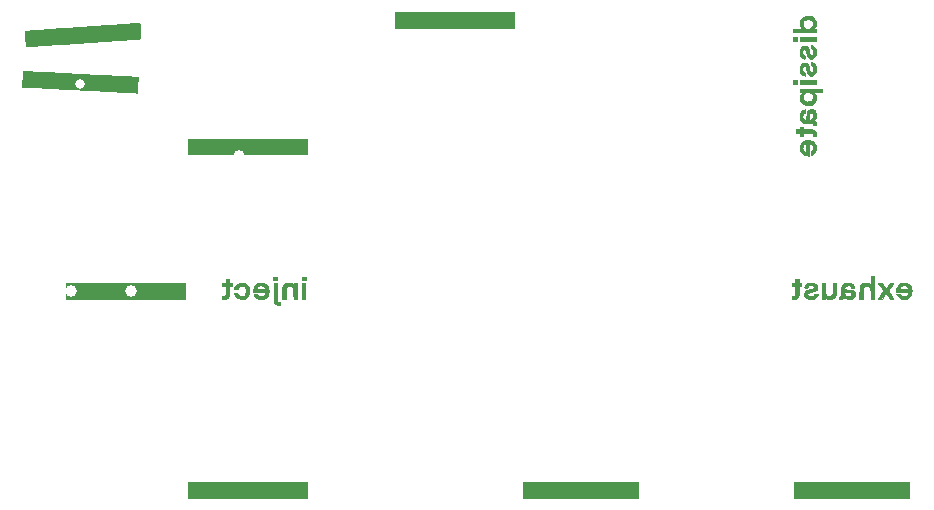
<source format=gbr>
G04 #@! TF.GenerationSoftware,KiCad,Pcbnew,(5.1.2)-1*
G04 #@! TF.CreationDate,2019-05-23T18:27:22+02:00*
G04 #@! TF.ProjectId,2018-03-08 Intercourse 01,32303138-2d30-4332-9d30-3820496e7465,rev?*
G04 #@! TF.SameCoordinates,Original*
G04 #@! TF.FileFunction,Legend,Bot*
G04 #@! TF.FilePolarity,Positive*
%FSLAX46Y46*%
G04 Gerber Fmt 4.6, Leading zero omitted, Abs format (unit mm)*
G04 Created by KiCad (PCBNEW (5.1.2)-1) date 2019-05-23 18:27:22*
%MOMM*%
%LPD*%
G04 APERTURE LIST*
%ADD10C,0.010000*%
%ADD11O,1.800000X1.200000*%
%ADD12O,1.050000X1.350000*%
%ADD13C,1.050000*%
%ADD14C,2.900000*%
%ADD15C,1.000000*%
%ADD16C,0.800000*%
G04 APERTURE END LIST*
D10*
G36*
X178011667Y-119126000D02*
G01*
X187748334Y-119126000D01*
X187748334Y-117813666D01*
X178011667Y-117813666D01*
X178011667Y-119126000D01*
X178011667Y-119126000D01*
G37*
X178011667Y-119126000D02*
X187748334Y-119126000D01*
X187748334Y-117813666D01*
X178011667Y-117813666D01*
X178011667Y-119126000D01*
G36*
X155130500Y-119126000D02*
G01*
X164867167Y-119126000D01*
X164867167Y-117813666D01*
X155130500Y-117813666D01*
X155130500Y-119126000D01*
X155130500Y-119126000D01*
G37*
X155130500Y-119126000D02*
X164867167Y-119126000D01*
X164867167Y-117813666D01*
X155130500Y-117813666D01*
X155130500Y-119126000D01*
G36*
X126746000Y-119126000D02*
G01*
X136842500Y-119126000D01*
X136842500Y-117792500D01*
X126746000Y-117792500D01*
X126746000Y-119126000D01*
X126746000Y-119126000D01*
G37*
X126746000Y-119126000D02*
X136842500Y-119126000D01*
X136842500Y-117792500D01*
X126746000Y-117792500D01*
X126746000Y-119126000D01*
G36*
X133985000Y-101743205D02*
G01*
X133985129Y-101949807D01*
X133985643Y-102118425D01*
X133986739Y-102253404D01*
X133988612Y-102359094D01*
X133991458Y-102439842D01*
X133995472Y-102499995D01*
X134000850Y-102543901D01*
X134007786Y-102575907D01*
X134016477Y-102600362D01*
X134024246Y-102616330D01*
X134089191Y-102699368D01*
X134181727Y-102753946D01*
X134304290Y-102781214D01*
X134381875Y-102784985D01*
X134535334Y-102785333D01*
X134535334Y-102531333D01*
X134432781Y-102531333D01*
X134389329Y-102531447D01*
X134353848Y-102529196D01*
X134325532Y-102520692D01*
X134303574Y-102502043D01*
X134287168Y-102469362D01*
X134275508Y-102418759D01*
X134267786Y-102346344D01*
X134263197Y-102248228D01*
X134260933Y-102120521D01*
X134260189Y-101959334D01*
X134260158Y-101760779D01*
X134260167Y-101698874D01*
X134260167Y-100943833D01*
X133985000Y-100943833D01*
X133985000Y-101743205D01*
X133985000Y-101743205D01*
G37*
X133985000Y-101743205D02*
X133985129Y-101949807D01*
X133985643Y-102118425D01*
X133986739Y-102253404D01*
X133988612Y-102359094D01*
X133991458Y-102439842D01*
X133995472Y-102499995D01*
X134000850Y-102543901D01*
X134007786Y-102575907D01*
X134016477Y-102600362D01*
X134024246Y-102616330D01*
X134089191Y-102699368D01*
X134181727Y-102753946D01*
X134304290Y-102781214D01*
X134381875Y-102784985D01*
X134535334Y-102785333D01*
X134535334Y-102531333D01*
X134432781Y-102531333D01*
X134389329Y-102531447D01*
X134353848Y-102529196D01*
X134325532Y-102520692D01*
X134303574Y-102502043D01*
X134287168Y-102469362D01*
X134275508Y-102418759D01*
X134267786Y-102346344D01*
X134263197Y-102248228D01*
X134260933Y-102120521D01*
X134260189Y-101959334D01*
X134260158Y-101760779D01*
X134260167Y-101698874D01*
X134260167Y-100943833D01*
X133985000Y-100943833D01*
X133985000Y-101743205D01*
G36*
X187186259Y-100923971D02*
G01*
X187054503Y-100963693D01*
X186923792Y-101043706D01*
X186818708Y-101154132D01*
X186742702Y-101289322D01*
X186699228Y-101443628D01*
X186690000Y-101560097D01*
X186690000Y-101684666D01*
X187706000Y-101684666D01*
X187706000Y-101730900D01*
X187690780Y-101803074D01*
X187651650Y-101884121D01*
X187598408Y-101957306D01*
X187547208Y-102002192D01*
X187439579Y-102047379D01*
X187324225Y-102060049D01*
X187211265Y-102042008D01*
X187110820Y-101995061D01*
X187033009Y-101921015D01*
X187024748Y-101908976D01*
X186995568Y-101867543D01*
X186967275Y-101844892D01*
X186926256Y-101835325D01*
X186858894Y-101833142D01*
X186843459Y-101833095D01*
X186763417Y-101836027D01*
X186721148Y-101849875D01*
X186712274Y-101881621D01*
X186732419Y-101938245D01*
X186752253Y-101978555D01*
X186820065Y-102074644D01*
X186916842Y-102163215D01*
X187029426Y-102232533D01*
X187045217Y-102239819D01*
X187126516Y-102264881D01*
X187231184Y-102282462D01*
X187342422Y-102291105D01*
X187443432Y-102289354D01*
X187504917Y-102279674D01*
X187662834Y-102217651D01*
X187791693Y-102125312D01*
X187890466Y-102003549D01*
X187941652Y-101900021D01*
X187969670Y-101811786D01*
X187984410Y-101717147D01*
X187988646Y-101600000D01*
X187977566Y-101473000D01*
X187710590Y-101473000D01*
X186968122Y-101473000D01*
X186986069Y-101410424D01*
X187037763Y-101292575D01*
X187115609Y-101207625D01*
X187167179Y-101176217D01*
X187286127Y-101139308D01*
X187402909Y-101140308D01*
X187510331Y-101175973D01*
X187601201Y-101243058D01*
X187668325Y-101338317D01*
X187696062Y-101414791D01*
X187710590Y-101473000D01*
X187977566Y-101473000D01*
X187972718Y-101417439D01*
X187924592Y-101262073D01*
X187843761Y-101133023D01*
X187729713Y-101029413D01*
X187621334Y-100967527D01*
X187487297Y-100925166D01*
X187337015Y-100910612D01*
X187186259Y-100923971D01*
X187186259Y-100923971D01*
G37*
X187186259Y-100923971D02*
X187054503Y-100963693D01*
X186923792Y-101043706D01*
X186818708Y-101154132D01*
X186742702Y-101289322D01*
X186699228Y-101443628D01*
X186690000Y-101560097D01*
X186690000Y-101684666D01*
X187706000Y-101684666D01*
X187706000Y-101730900D01*
X187690780Y-101803074D01*
X187651650Y-101884121D01*
X187598408Y-101957306D01*
X187547208Y-102002192D01*
X187439579Y-102047379D01*
X187324225Y-102060049D01*
X187211265Y-102042008D01*
X187110820Y-101995061D01*
X187033009Y-101921015D01*
X187024748Y-101908976D01*
X186995568Y-101867543D01*
X186967275Y-101844892D01*
X186926256Y-101835325D01*
X186858894Y-101833142D01*
X186843459Y-101833095D01*
X186763417Y-101836027D01*
X186721148Y-101849875D01*
X186712274Y-101881621D01*
X186732419Y-101938245D01*
X186752253Y-101978555D01*
X186820065Y-102074644D01*
X186916842Y-102163215D01*
X187029426Y-102232533D01*
X187045217Y-102239819D01*
X187126516Y-102264881D01*
X187231184Y-102282462D01*
X187342422Y-102291105D01*
X187443432Y-102289354D01*
X187504917Y-102279674D01*
X187662834Y-102217651D01*
X187791693Y-102125312D01*
X187890466Y-102003549D01*
X187941652Y-101900021D01*
X187969670Y-101811786D01*
X187984410Y-101717147D01*
X187988646Y-101600000D01*
X187977566Y-101473000D01*
X187710590Y-101473000D01*
X186968122Y-101473000D01*
X186986069Y-101410424D01*
X187037763Y-101292575D01*
X187115609Y-101207625D01*
X187167179Y-101176217D01*
X187286127Y-101139308D01*
X187402909Y-101140308D01*
X187510331Y-101175973D01*
X187601201Y-101243058D01*
X187668325Y-101338317D01*
X187696062Y-101414791D01*
X187710590Y-101473000D01*
X187977566Y-101473000D01*
X187972718Y-101417439D01*
X187924592Y-101262073D01*
X187843761Y-101133023D01*
X187729713Y-101029413D01*
X187621334Y-100967527D01*
X187487297Y-100925166D01*
X187337015Y-100910612D01*
X187186259Y-100923971D01*
G36*
X182448895Y-100925090D02*
G01*
X182310976Y-100963465D01*
X182197528Y-101030641D01*
X182184878Y-101041102D01*
X182133299Y-101089772D01*
X182093872Y-101140487D01*
X182064821Y-101199882D01*
X182044371Y-101274588D01*
X182030746Y-101371238D01*
X182022169Y-101496465D01*
X182016866Y-101656902D01*
X182016569Y-101669735D01*
X182008022Y-102046387D01*
X181946594Y-102058672D01*
X181909719Y-102069368D01*
X181891614Y-102090360D01*
X181885660Y-102134091D01*
X181885167Y-102174145D01*
X181885167Y-102277333D01*
X181981097Y-102277333D01*
X182085338Y-102265854D01*
X182172587Y-102234270D01*
X182232887Y-102186862D01*
X182248094Y-102162581D01*
X182272448Y-102109129D01*
X182343093Y-102171155D01*
X182445759Y-102236169D01*
X182572736Y-102278164D01*
X182711499Y-102294988D01*
X182849526Y-102284487D01*
X182912194Y-102268998D01*
X183035356Y-102213247D01*
X183123349Y-102133980D01*
X183176456Y-102030778D01*
X183194959Y-101903223D01*
X183193956Y-101872632D01*
X182901167Y-101872632D01*
X182887478Y-101957676D01*
X182844632Y-102016699D01*
X182769959Y-102051722D01*
X182660791Y-102064766D01*
X182647167Y-102064943D01*
X182536891Y-102053882D01*
X182461765Y-102023447D01*
X182381299Y-101952948D01*
X182327678Y-101861491D01*
X182308580Y-101764041D01*
X182308500Y-101684666D01*
X182518789Y-101684666D01*
X182659649Y-101689026D01*
X182763488Y-101703598D01*
X182834859Y-101730620D01*
X182878317Y-101772332D01*
X182898417Y-101830972D01*
X182901167Y-101872632D01*
X183193956Y-101872632D01*
X183193296Y-101852536D01*
X183174756Y-101742566D01*
X183132638Y-101659555D01*
X183059568Y-101591969D01*
X183005125Y-101558095D01*
X182964284Y-101537054D01*
X182923241Y-101522119D01*
X182873271Y-101511958D01*
X182805647Y-101505240D01*
X182711639Y-101500633D01*
X182607665Y-101497469D01*
X182303579Y-101489331D01*
X182313904Y-101381881D01*
X182326987Y-101306050D01*
X182354080Y-101253029D01*
X182389512Y-101216100D01*
X182483537Y-101158431D01*
X182589398Y-101136397D01*
X182696567Y-101149687D01*
X182794518Y-101197990D01*
X182830870Y-101229136D01*
X182873002Y-101278070D01*
X182898100Y-101320356D01*
X182901167Y-101333300D01*
X182909321Y-101352693D01*
X182939551Y-101363146D01*
X183000516Y-101366967D01*
X183028167Y-101367166D01*
X183098536Y-101366072D01*
X183136526Y-101359983D01*
X183152086Y-101344687D01*
X183155162Y-101315974D01*
X183155167Y-101313406D01*
X183141145Y-101244626D01*
X183104880Y-101164130D01*
X183055079Y-101089091D01*
X183024672Y-101055992D01*
X182922251Y-100986128D01*
X182792793Y-100937930D01*
X182647710Y-100915351D01*
X182615668Y-100914226D01*
X182448895Y-100925090D01*
X182448895Y-100925090D01*
G37*
X182448895Y-100925090D02*
X182310976Y-100963465D01*
X182197528Y-101030641D01*
X182184878Y-101041102D01*
X182133299Y-101089772D01*
X182093872Y-101140487D01*
X182064821Y-101199882D01*
X182044371Y-101274588D01*
X182030746Y-101371238D01*
X182022169Y-101496465D01*
X182016866Y-101656902D01*
X182016569Y-101669735D01*
X182008022Y-102046387D01*
X181946594Y-102058672D01*
X181909719Y-102069368D01*
X181891614Y-102090360D01*
X181885660Y-102134091D01*
X181885167Y-102174145D01*
X181885167Y-102277333D01*
X181981097Y-102277333D01*
X182085338Y-102265854D01*
X182172587Y-102234270D01*
X182232887Y-102186862D01*
X182248094Y-102162581D01*
X182272448Y-102109129D01*
X182343093Y-102171155D01*
X182445759Y-102236169D01*
X182572736Y-102278164D01*
X182711499Y-102294988D01*
X182849526Y-102284487D01*
X182912194Y-102268998D01*
X183035356Y-102213247D01*
X183123349Y-102133980D01*
X183176456Y-102030778D01*
X183194959Y-101903223D01*
X183193956Y-101872632D01*
X182901167Y-101872632D01*
X182887478Y-101957676D01*
X182844632Y-102016699D01*
X182769959Y-102051722D01*
X182660791Y-102064766D01*
X182647167Y-102064943D01*
X182536891Y-102053882D01*
X182461765Y-102023447D01*
X182381299Y-101952948D01*
X182327678Y-101861491D01*
X182308580Y-101764041D01*
X182308500Y-101684666D01*
X182518789Y-101684666D01*
X182659649Y-101689026D01*
X182763488Y-101703598D01*
X182834859Y-101730620D01*
X182878317Y-101772332D01*
X182898417Y-101830972D01*
X182901167Y-101872632D01*
X183193956Y-101872632D01*
X183193296Y-101852536D01*
X183174756Y-101742566D01*
X183132638Y-101659555D01*
X183059568Y-101591969D01*
X183005125Y-101558095D01*
X182964284Y-101537054D01*
X182923241Y-101522119D01*
X182873271Y-101511958D01*
X182805647Y-101505240D01*
X182711639Y-101500633D01*
X182607665Y-101497469D01*
X182303579Y-101489331D01*
X182313904Y-101381881D01*
X182326987Y-101306050D01*
X182354080Y-101253029D01*
X182389512Y-101216100D01*
X182483537Y-101158431D01*
X182589398Y-101136397D01*
X182696567Y-101149687D01*
X182794518Y-101197990D01*
X182830870Y-101229136D01*
X182873002Y-101278070D01*
X182898100Y-101320356D01*
X182901167Y-101333300D01*
X182909321Y-101352693D01*
X182939551Y-101363146D01*
X183000516Y-101366967D01*
X183028167Y-101367166D01*
X183098536Y-101366072D01*
X183136526Y-101359983D01*
X183152086Y-101344687D01*
X183155162Y-101315974D01*
X183155167Y-101313406D01*
X183141145Y-101244626D01*
X183104880Y-101164130D01*
X183055079Y-101089091D01*
X183024672Y-101055992D01*
X182922251Y-100986128D01*
X182792793Y-100937930D01*
X182647710Y-100915351D01*
X182615668Y-100914226D01*
X182448895Y-100925090D01*
G36*
X180403500Y-102277333D02*
G01*
X180530500Y-102277333D01*
X180600806Y-102276414D01*
X180638755Y-102270516D01*
X180654321Y-102254928D01*
X180657480Y-102224941D01*
X180657500Y-102217361D01*
X180662292Y-102164181D01*
X180680521Y-102145678D01*
X180717964Y-102160377D01*
X180760551Y-102191069D01*
X180884685Y-102263077D01*
X181021250Y-102295020D01*
X181171254Y-102287072D01*
X181233484Y-102273234D01*
X181316983Y-102235069D01*
X181403737Y-102169695D01*
X181480673Y-102088959D01*
X181534717Y-102004708D01*
X181538070Y-101997220D01*
X181550921Y-101961963D01*
X181560925Y-101919427D01*
X181568559Y-101863626D01*
X181574302Y-101788575D01*
X181578631Y-101688288D01*
X181582023Y-101556780D01*
X181584546Y-101414791D01*
X181592244Y-100922666D01*
X181313667Y-100922666D01*
X181313549Y-101340708D01*
X181312466Y-101474781D01*
X181309520Y-101598997D01*
X181305053Y-101705356D01*
X181299406Y-101785858D01*
X181292920Y-101832504D01*
X181292516Y-101834036D01*
X181262568Y-101899352D01*
X181216168Y-101961993D01*
X181207989Y-101970267D01*
X181130625Y-102018152D01*
X181033437Y-102041669D01*
X180932183Y-102039385D01*
X180842622Y-102009868D01*
X180833276Y-102004344D01*
X180789043Y-101974768D01*
X180754871Y-101944681D01*
X180729304Y-101908293D01*
X180710888Y-101859814D01*
X180698165Y-101793454D01*
X180689682Y-101703422D01*
X180683981Y-101583928D01*
X180679607Y-101429183D01*
X180678667Y-101389350D01*
X180668084Y-100933250D01*
X180403500Y-100920646D01*
X180403500Y-102277333D01*
X180403500Y-102277333D01*
G37*
X180403500Y-102277333D02*
X180530500Y-102277333D01*
X180600806Y-102276414D01*
X180638755Y-102270516D01*
X180654321Y-102254928D01*
X180657480Y-102224941D01*
X180657500Y-102217361D01*
X180662292Y-102164181D01*
X180680521Y-102145678D01*
X180717964Y-102160377D01*
X180760551Y-102191069D01*
X180884685Y-102263077D01*
X181021250Y-102295020D01*
X181171254Y-102287072D01*
X181233484Y-102273234D01*
X181316983Y-102235069D01*
X181403737Y-102169695D01*
X181480673Y-102088959D01*
X181534717Y-102004708D01*
X181538070Y-101997220D01*
X181550921Y-101961963D01*
X181560925Y-101919427D01*
X181568559Y-101863626D01*
X181574302Y-101788575D01*
X181578631Y-101688288D01*
X181582023Y-101556780D01*
X181584546Y-101414791D01*
X181592244Y-100922666D01*
X181313667Y-100922666D01*
X181313549Y-101340708D01*
X181312466Y-101474781D01*
X181309520Y-101598997D01*
X181305053Y-101705356D01*
X181299406Y-101785858D01*
X181292920Y-101832504D01*
X181292516Y-101834036D01*
X181262568Y-101899352D01*
X181216168Y-101961993D01*
X181207989Y-101970267D01*
X181130625Y-102018152D01*
X181033437Y-102041669D01*
X180932183Y-102039385D01*
X180842622Y-102009868D01*
X180833276Y-102004344D01*
X180789043Y-101974768D01*
X180754871Y-101944681D01*
X180729304Y-101908293D01*
X180710888Y-101859814D01*
X180698165Y-101793454D01*
X180689682Y-101703422D01*
X180683981Y-101583928D01*
X180679607Y-101429183D01*
X180678667Y-101389350D01*
X180668084Y-100933250D01*
X180403500Y-100920646D01*
X180403500Y-102277333D01*
G36*
X179290345Y-100930929D02*
G01*
X179148248Y-100971965D01*
X179037092Y-101038636D01*
X178958678Y-101130083D01*
X178940999Y-101163989D01*
X178908819Y-101241567D01*
X178901308Y-101289252D01*
X178922690Y-101314218D01*
X178977189Y-101323642D01*
X179035683Y-101324833D01*
X179109437Y-101323693D01*
X179152556Y-101317165D01*
X179176731Y-101300587D01*
X179193653Y-101269295D01*
X179197414Y-101260335D01*
X179247963Y-101191749D01*
X179330800Y-101146166D01*
X179441244Y-101125963D01*
X179463583Y-101125206D01*
X179576095Y-101136710D01*
X179656319Y-101174974D01*
X179705094Y-101240401D01*
X179705526Y-101241435D01*
X179722213Y-101306122D01*
X179710863Y-101358561D01*
X179668357Y-101401165D01*
X179591572Y-101436344D01*
X179477388Y-101466513D01*
X179393547Y-101482534D01*
X179259182Y-101508010D01*
X179158220Y-101532810D01*
X179081866Y-101559648D01*
X179021323Y-101591240D01*
X179003818Y-101602820D01*
X178938064Y-101672606D01*
X178895982Y-101767425D01*
X178880170Y-101875595D01*
X178893226Y-101985433D01*
X178908621Y-102030887D01*
X178967609Y-102119922D01*
X179059430Y-102193511D01*
X179176621Y-102249184D01*
X179311720Y-102284472D01*
X179457264Y-102296906D01*
X179605790Y-102284016D01*
X179647480Y-102275394D01*
X179793651Y-102223953D01*
X179907515Y-102146547D01*
X179987994Y-102044139D01*
X180030517Y-101933375D01*
X180044474Y-101875166D01*
X179901195Y-101875624D01*
X179824832Y-101876814D01*
X179779259Y-101882796D01*
X179752931Y-101898108D01*
X179734306Y-101927287D01*
X179726167Y-101944416D01*
X179669208Y-102019241D01*
X179582390Y-102065649D01*
X179468229Y-102082498D01*
X179424258Y-102081331D01*
X179313312Y-102063747D01*
X179237601Y-102026046D01*
X179193928Y-101965866D01*
X179179969Y-101900754D01*
X179181063Y-101849832D01*
X179196531Y-101810057D01*
X179231793Y-101778193D01*
X179292268Y-101751005D01*
X179383375Y-101725258D01*
X179510535Y-101697718D01*
X179524936Y-101694841D01*
X179680852Y-101658942D01*
X179799359Y-101619129D01*
X179885378Y-101572139D01*
X179943830Y-101514707D01*
X179979635Y-101443570D01*
X179993881Y-101383728D01*
X179995728Y-101258125D01*
X179960303Y-101148090D01*
X179890656Y-101056300D01*
X179789838Y-100985435D01*
X179660900Y-100938173D01*
X179506893Y-100917194D01*
X179461584Y-100916382D01*
X179290345Y-100930929D01*
X179290345Y-100930929D01*
G37*
X179290345Y-100930929D02*
X179148248Y-100971965D01*
X179037092Y-101038636D01*
X178958678Y-101130083D01*
X178940999Y-101163989D01*
X178908819Y-101241567D01*
X178901308Y-101289252D01*
X178922690Y-101314218D01*
X178977189Y-101323642D01*
X179035683Y-101324833D01*
X179109437Y-101323693D01*
X179152556Y-101317165D01*
X179176731Y-101300587D01*
X179193653Y-101269295D01*
X179197414Y-101260335D01*
X179247963Y-101191749D01*
X179330800Y-101146166D01*
X179441244Y-101125963D01*
X179463583Y-101125206D01*
X179576095Y-101136710D01*
X179656319Y-101174974D01*
X179705094Y-101240401D01*
X179705526Y-101241435D01*
X179722213Y-101306122D01*
X179710863Y-101358561D01*
X179668357Y-101401165D01*
X179591572Y-101436344D01*
X179477388Y-101466513D01*
X179393547Y-101482534D01*
X179259182Y-101508010D01*
X179158220Y-101532810D01*
X179081866Y-101559648D01*
X179021323Y-101591240D01*
X179003818Y-101602820D01*
X178938064Y-101672606D01*
X178895982Y-101767425D01*
X178880170Y-101875595D01*
X178893226Y-101985433D01*
X178908621Y-102030887D01*
X178967609Y-102119922D01*
X179059430Y-102193511D01*
X179176621Y-102249184D01*
X179311720Y-102284472D01*
X179457264Y-102296906D01*
X179605790Y-102284016D01*
X179647480Y-102275394D01*
X179793651Y-102223953D01*
X179907515Y-102146547D01*
X179987994Y-102044139D01*
X180030517Y-101933375D01*
X180044474Y-101875166D01*
X179901195Y-101875624D01*
X179824832Y-101876814D01*
X179779259Y-101882796D01*
X179752931Y-101898108D01*
X179734306Y-101927287D01*
X179726167Y-101944416D01*
X179669208Y-102019241D01*
X179582390Y-102065649D01*
X179468229Y-102082498D01*
X179424258Y-102081331D01*
X179313312Y-102063747D01*
X179237601Y-102026046D01*
X179193928Y-101965866D01*
X179179969Y-101900754D01*
X179181063Y-101849832D01*
X179196531Y-101810057D01*
X179231793Y-101778193D01*
X179292268Y-101751005D01*
X179383375Y-101725258D01*
X179510535Y-101697718D01*
X179524936Y-101694841D01*
X179680852Y-101658942D01*
X179799359Y-101619129D01*
X179885378Y-101572139D01*
X179943830Y-101514707D01*
X179979635Y-101443570D01*
X179993881Y-101383728D01*
X179995728Y-101258125D01*
X179960303Y-101148090D01*
X179890656Y-101056300D01*
X179789838Y-100985435D01*
X179660900Y-100938173D01*
X179506893Y-100917194D01*
X179461584Y-100916382D01*
X179290345Y-100930929D01*
G36*
X132739612Y-100931006D02*
G01*
X132619830Y-100969439D01*
X132519967Y-101020511D01*
X132514170Y-101024451D01*
X132414658Y-101117520D01*
X132334750Y-101240611D01*
X132278862Y-101384232D01*
X132251408Y-101538891D01*
X132249334Y-101593863D01*
X132249334Y-101684666D01*
X133285442Y-101684666D01*
X133272365Y-101753458D01*
X133235515Y-101869903D01*
X133172046Y-101956590D01*
X133076358Y-102020507D01*
X133048281Y-102033109D01*
X132931232Y-102061504D01*
X132813611Y-102053664D01*
X132705260Y-102012295D01*
X132616022Y-101940105D01*
X132590564Y-101907230D01*
X132560970Y-101866925D01*
X132532432Y-101844658D01*
X132491545Y-101835086D01*
X132424905Y-101832865D01*
X132403929Y-101832833D01*
X132330768Y-101833672D01*
X132291379Y-101838414D01*
X132277206Y-101850398D01*
X132279691Y-101872962D01*
X132281855Y-101880458D01*
X132341351Y-102009704D01*
X132432866Y-102118463D01*
X132549933Y-102203874D01*
X132686081Y-102263072D01*
X132834841Y-102293197D01*
X132989743Y-102291386D01*
X133135199Y-102257998D01*
X133282869Y-102187058D01*
X133399793Y-102087484D01*
X133485258Y-101960482D01*
X133538546Y-101807258D01*
X133558942Y-101629018D01*
X133557514Y-101546726D01*
X133539392Y-101423213D01*
X133265334Y-101423213D01*
X133265334Y-101473000D01*
X132540375Y-101473000D01*
X132553780Y-101405976D01*
X132589536Y-101316802D01*
X132653344Y-101233593D01*
X132732120Y-101172303D01*
X132754208Y-101161603D01*
X132841471Y-101140625D01*
X132941762Y-101139375D01*
X133037688Y-101156426D01*
X133111857Y-101190351D01*
X133112753Y-101191010D01*
X133175149Y-101249501D01*
X133227057Y-101319981D01*
X133259277Y-101388450D01*
X133265334Y-101423213D01*
X133539392Y-101423213D01*
X133531439Y-101369014D01*
X133473529Y-101219183D01*
X133384098Y-101097573D01*
X133263461Y-101004522D01*
X133111929Y-100940368D01*
X132967913Y-100909976D01*
X132861558Y-100909692D01*
X132739612Y-100931006D01*
X132739612Y-100931006D01*
G37*
X132739612Y-100931006D02*
X132619830Y-100969439D01*
X132519967Y-101020511D01*
X132514170Y-101024451D01*
X132414658Y-101117520D01*
X132334750Y-101240611D01*
X132278862Y-101384232D01*
X132251408Y-101538891D01*
X132249334Y-101593863D01*
X132249334Y-101684666D01*
X133285442Y-101684666D01*
X133272365Y-101753458D01*
X133235515Y-101869903D01*
X133172046Y-101956590D01*
X133076358Y-102020507D01*
X133048281Y-102033109D01*
X132931232Y-102061504D01*
X132813611Y-102053664D01*
X132705260Y-102012295D01*
X132616022Y-101940105D01*
X132590564Y-101907230D01*
X132560970Y-101866925D01*
X132532432Y-101844658D01*
X132491545Y-101835086D01*
X132424905Y-101832865D01*
X132403929Y-101832833D01*
X132330768Y-101833672D01*
X132291379Y-101838414D01*
X132277206Y-101850398D01*
X132279691Y-101872962D01*
X132281855Y-101880458D01*
X132341351Y-102009704D01*
X132432866Y-102118463D01*
X132549933Y-102203874D01*
X132686081Y-102263072D01*
X132834841Y-102293197D01*
X132989743Y-102291386D01*
X133135199Y-102257998D01*
X133282869Y-102187058D01*
X133399793Y-102087484D01*
X133485258Y-101960482D01*
X133538546Y-101807258D01*
X133558942Y-101629018D01*
X133557514Y-101546726D01*
X133539392Y-101423213D01*
X133265334Y-101423213D01*
X133265334Y-101473000D01*
X132540375Y-101473000D01*
X132553780Y-101405976D01*
X132589536Y-101316802D01*
X132653344Y-101233593D01*
X132732120Y-101172303D01*
X132754208Y-101161603D01*
X132841471Y-101140625D01*
X132941762Y-101139375D01*
X133037688Y-101156426D01*
X133111857Y-101190351D01*
X133112753Y-101191010D01*
X133175149Y-101249501D01*
X133227057Y-101319981D01*
X133259277Y-101388450D01*
X133265334Y-101423213D01*
X133539392Y-101423213D01*
X133531439Y-101369014D01*
X133473529Y-101219183D01*
X133384098Y-101097573D01*
X133263461Y-101004522D01*
X133111929Y-100940368D01*
X132967913Y-100909976D01*
X132861558Y-100909692D01*
X132739612Y-100931006D01*
G36*
X131167739Y-100914748D02*
G01*
X131090030Y-100930342D01*
X130931699Y-100989354D01*
X130804094Y-101077129D01*
X130707809Y-101193111D01*
X130643440Y-101336749D01*
X130639821Y-101348950D01*
X130622456Y-101409500D01*
X130774436Y-101409442D01*
X130926417Y-101409385D01*
X130968750Y-101331782D01*
X131041634Y-101237631D01*
X131136841Y-101178744D01*
X131251440Y-101156411D01*
X131349020Y-101164549D01*
X131444477Y-101202393D01*
X131522712Y-101271979D01*
X131581913Y-101365622D01*
X131620267Y-101475635D01*
X131635961Y-101594331D01*
X131627183Y-101714024D01*
X131592120Y-101827028D01*
X131528959Y-101925655D01*
X131528610Y-101926053D01*
X131445095Y-101999442D01*
X131351162Y-102036146D01*
X131236718Y-102040020D01*
X131231512Y-102039541D01*
X131123408Y-102014930D01*
X131039080Y-101960795D01*
X130969832Y-101871263D01*
X130961873Y-101857416D01*
X130912662Y-101769333D01*
X130766081Y-101769333D01*
X130693482Y-101770626D01*
X130641057Y-101774028D01*
X130619571Y-101778818D01*
X130619500Y-101779122D01*
X130628954Y-101817972D01*
X130652996Y-101879541D01*
X130685144Y-101949830D01*
X130718921Y-102014838D01*
X130747845Y-102060567D01*
X130752240Y-102065901D01*
X130877118Y-102176088D01*
X131022018Y-102251373D01*
X131180699Y-102290056D01*
X131346916Y-102290435D01*
X131476750Y-102263360D01*
X131624435Y-102198350D01*
X131743579Y-102102848D01*
X131832899Y-101978754D01*
X131891108Y-101827970D01*
X131916922Y-101652396D01*
X131918126Y-101610583D01*
X131907952Y-101446029D01*
X131872067Y-101308012D01*
X131807333Y-101187257D01*
X131751048Y-101116671D01*
X131630159Y-101012650D01*
X131488616Y-100943187D01*
X131332462Y-100909985D01*
X131167739Y-100914748D01*
X131167739Y-100914748D01*
G37*
X131167739Y-100914748D02*
X131090030Y-100930342D01*
X130931699Y-100989354D01*
X130804094Y-101077129D01*
X130707809Y-101193111D01*
X130643440Y-101336749D01*
X130639821Y-101348950D01*
X130622456Y-101409500D01*
X130774436Y-101409442D01*
X130926417Y-101409385D01*
X130968750Y-101331782D01*
X131041634Y-101237631D01*
X131136841Y-101178744D01*
X131251440Y-101156411D01*
X131349020Y-101164549D01*
X131444477Y-101202393D01*
X131522712Y-101271979D01*
X131581913Y-101365622D01*
X131620267Y-101475635D01*
X131635961Y-101594331D01*
X131627183Y-101714024D01*
X131592120Y-101827028D01*
X131528959Y-101925655D01*
X131528610Y-101926053D01*
X131445095Y-101999442D01*
X131351162Y-102036146D01*
X131236718Y-102040020D01*
X131231512Y-102039541D01*
X131123408Y-102014930D01*
X131039080Y-101960795D01*
X130969832Y-101871263D01*
X130961873Y-101857416D01*
X130912662Y-101769333D01*
X130766081Y-101769333D01*
X130693482Y-101770626D01*
X130641057Y-101774028D01*
X130619571Y-101778818D01*
X130619500Y-101779122D01*
X130628954Y-101817972D01*
X130652996Y-101879541D01*
X130685144Y-101949830D01*
X130718921Y-102014838D01*
X130747845Y-102060567D01*
X130752240Y-102065901D01*
X130877118Y-102176088D01*
X131022018Y-102251373D01*
X131180699Y-102290056D01*
X131346916Y-102290435D01*
X131476750Y-102263360D01*
X131624435Y-102198350D01*
X131743579Y-102102848D01*
X131832899Y-101978754D01*
X131891108Y-101827970D01*
X131916922Y-101652396D01*
X131918126Y-101610583D01*
X131907952Y-101446029D01*
X131872067Y-101308012D01*
X131807333Y-101187257D01*
X131751048Y-101116671D01*
X131630159Y-101012650D01*
X131488616Y-100943187D01*
X131332462Y-100909985D01*
X131167739Y-100914748D01*
G36*
X185969051Y-101176441D02*
G01*
X185910040Y-101262380D01*
X185859262Y-101334020D01*
X185821442Y-101384862D01*
X185801310Y-101408404D01*
X185799718Y-101409274D01*
X185784141Y-101392822D01*
X185749836Y-101347611D01*
X185701529Y-101280128D01*
X185643945Y-101196857D01*
X185630384Y-101176892D01*
X185472917Y-100944284D01*
X185307626Y-100944058D01*
X185222374Y-100945556D01*
X185173681Y-100950998D01*
X185155877Y-100961376D01*
X185157610Y-100970291D01*
X185174598Y-100995604D01*
X185211967Y-101048943D01*
X185265276Y-101124045D01*
X185330083Y-101214645D01*
X185382816Y-101287960D01*
X185451566Y-101384752D01*
X185510034Y-101469804D01*
X185554300Y-101537185D01*
X185580443Y-101580966D01*
X185585750Y-101594877D01*
X185572213Y-101616674D01*
X185538844Y-101667708D01*
X185489513Y-101742141D01*
X185428089Y-101834134D01*
X185361792Y-101932868D01*
X185292949Y-102035709D01*
X185233109Y-102126199D01*
X185185997Y-102198616D01*
X185155336Y-102247241D01*
X185144834Y-102266243D01*
X185164276Y-102271538D01*
X185215714Y-102275458D01*
X185288817Y-102277282D01*
X185304010Y-102277333D01*
X185463186Y-102277333D01*
X185626801Y-102023466D01*
X185685888Y-101932925D01*
X185736997Y-101856752D01*
X185775777Y-101801268D01*
X185797878Y-101772796D01*
X185801000Y-101770374D01*
X185815624Y-101787465D01*
X185848596Y-101833901D01*
X185895550Y-101903303D01*
X185952122Y-101989293D01*
X185974749Y-102024241D01*
X186137915Y-102277333D01*
X186297541Y-102277333D01*
X186373660Y-102276088D01*
X186430055Y-102272792D01*
X186456408Y-102268107D01*
X186457167Y-102267110D01*
X186445813Y-102247233D01*
X186414221Y-102198051D01*
X186366093Y-102125169D01*
X186305132Y-102034194D01*
X186235043Y-101930732D01*
X186232952Y-101927662D01*
X186163043Y-101822950D01*
X186103119Y-101729224D01*
X186056736Y-101652380D01*
X186027450Y-101598315D01*
X186018818Y-101572924D01*
X186018876Y-101572760D01*
X186034246Y-101547561D01*
X186070120Y-101494616D01*
X186122023Y-101420360D01*
X186185477Y-101331223D01*
X186228216Y-101271916D01*
X186296993Y-101176659D01*
X186357568Y-101092291D01*
X186405317Y-101025287D01*
X186435617Y-100982123D01*
X186443541Y-100970291D01*
X186442009Y-100956566D01*
X186413175Y-100948278D01*
X186351356Y-100944429D01*
X186293092Y-100943833D01*
X186126518Y-100943833D01*
X185969051Y-101176441D01*
X185969051Y-101176441D01*
G37*
X185969051Y-101176441D02*
X185910040Y-101262380D01*
X185859262Y-101334020D01*
X185821442Y-101384862D01*
X185801310Y-101408404D01*
X185799718Y-101409274D01*
X185784141Y-101392822D01*
X185749836Y-101347611D01*
X185701529Y-101280128D01*
X185643945Y-101196857D01*
X185630384Y-101176892D01*
X185472917Y-100944284D01*
X185307626Y-100944058D01*
X185222374Y-100945556D01*
X185173681Y-100950998D01*
X185155877Y-100961376D01*
X185157610Y-100970291D01*
X185174598Y-100995604D01*
X185211967Y-101048943D01*
X185265276Y-101124045D01*
X185330083Y-101214645D01*
X185382816Y-101287960D01*
X185451566Y-101384752D01*
X185510034Y-101469804D01*
X185554300Y-101537185D01*
X185580443Y-101580966D01*
X185585750Y-101594877D01*
X185572213Y-101616674D01*
X185538844Y-101667708D01*
X185489513Y-101742141D01*
X185428089Y-101834134D01*
X185361792Y-101932868D01*
X185292949Y-102035709D01*
X185233109Y-102126199D01*
X185185997Y-102198616D01*
X185155336Y-102247241D01*
X185144834Y-102266243D01*
X185164276Y-102271538D01*
X185215714Y-102275458D01*
X185288817Y-102277282D01*
X185304010Y-102277333D01*
X185463186Y-102277333D01*
X185626801Y-102023466D01*
X185685888Y-101932925D01*
X185736997Y-101856752D01*
X185775777Y-101801268D01*
X185797878Y-101772796D01*
X185801000Y-101770374D01*
X185815624Y-101787465D01*
X185848596Y-101833901D01*
X185895550Y-101903303D01*
X185952122Y-101989293D01*
X185974749Y-102024241D01*
X186137915Y-102277333D01*
X186297541Y-102277333D01*
X186373660Y-102276088D01*
X186430055Y-102272792D01*
X186456408Y-102268107D01*
X186457167Y-102267110D01*
X186445813Y-102247233D01*
X186414221Y-102198051D01*
X186366093Y-102125169D01*
X186305132Y-102034194D01*
X186235043Y-101930732D01*
X186232952Y-101927662D01*
X186163043Y-101822950D01*
X186103119Y-101729224D01*
X186056736Y-101652380D01*
X186027450Y-101598315D01*
X186018818Y-101572924D01*
X186018876Y-101572760D01*
X186034246Y-101547561D01*
X186070120Y-101494616D01*
X186122023Y-101420360D01*
X186185477Y-101331223D01*
X186228216Y-101271916D01*
X186296993Y-101176659D01*
X186357568Y-101092291D01*
X186405317Y-101025287D01*
X186435617Y-100982123D01*
X186443541Y-100970291D01*
X186442009Y-100956566D01*
X186413175Y-100948278D01*
X186351356Y-100944429D01*
X186293092Y-100943833D01*
X186126518Y-100943833D01*
X185969051Y-101176441D01*
G36*
X184531000Y-101096385D02*
G01*
X184456823Y-101031256D01*
X184343442Y-100958789D01*
X184208851Y-100917943D01*
X184062405Y-100911049D01*
X184003153Y-100918227D01*
X183861232Y-100958827D01*
X183749191Y-101028254D01*
X183664220Y-101128440D01*
X183643157Y-101165615D01*
X183626076Y-101200089D01*
X183612942Y-101232800D01*
X183603148Y-101269846D01*
X183596083Y-101317322D01*
X183591140Y-101381325D01*
X183587709Y-101467954D01*
X183585181Y-101583304D01*
X183582948Y-101733473D01*
X183582407Y-101773963D01*
X183575731Y-102277333D01*
X183850656Y-102277333D01*
X183857453Y-101827541D01*
X183860674Y-101661443D01*
X183865591Y-101532031D01*
X183873536Y-101433659D01*
X183885838Y-101360680D01*
X183903829Y-101307448D01*
X183928838Y-101268318D01*
X183962197Y-101237644D01*
X184002677Y-101211285D01*
X184084546Y-101182829D01*
X184184159Y-101176098D01*
X184283330Y-101190432D01*
X184362684Y-101224363D01*
X184411870Y-101260310D01*
X184449719Y-101297529D01*
X184477823Y-101342052D01*
X184497773Y-101399914D01*
X184511158Y-101477149D01*
X184519570Y-101579790D01*
X184524599Y-101713872D01*
X184527269Y-101848708D01*
X184534121Y-102277333D01*
X184806167Y-102277333D01*
X184806167Y-100330000D01*
X184531000Y-100330000D01*
X184531000Y-101096385D01*
X184531000Y-101096385D01*
G37*
X184531000Y-101096385D02*
X184456823Y-101031256D01*
X184343442Y-100958789D01*
X184208851Y-100917943D01*
X184062405Y-100911049D01*
X184003153Y-100918227D01*
X183861232Y-100958827D01*
X183749191Y-101028254D01*
X183664220Y-101128440D01*
X183643157Y-101165615D01*
X183626076Y-101200089D01*
X183612942Y-101232800D01*
X183603148Y-101269846D01*
X183596083Y-101317322D01*
X183591140Y-101381325D01*
X183587709Y-101467954D01*
X183585181Y-101583304D01*
X183582948Y-101733473D01*
X183582407Y-101773963D01*
X183575731Y-102277333D01*
X183850656Y-102277333D01*
X183857453Y-101827541D01*
X183860674Y-101661443D01*
X183865591Y-101532031D01*
X183873536Y-101433659D01*
X183885838Y-101360680D01*
X183903829Y-101307448D01*
X183928838Y-101268318D01*
X183962197Y-101237644D01*
X184002677Y-101211285D01*
X184084546Y-101182829D01*
X184184159Y-101176098D01*
X184283330Y-101190432D01*
X184362684Y-101224363D01*
X184411870Y-101260310D01*
X184449719Y-101297529D01*
X184477823Y-101342052D01*
X184497773Y-101399914D01*
X184511158Y-101477149D01*
X184519570Y-101579790D01*
X184524599Y-101713872D01*
X184527269Y-101848708D01*
X184534121Y-102277333D01*
X184806167Y-102277333D01*
X184806167Y-100330000D01*
X184531000Y-100330000D01*
X184531000Y-101096385D01*
G36*
X178149250Y-100933250D02*
G01*
X177995792Y-100939468D01*
X177842334Y-100945687D01*
X177842334Y-101197833D01*
X178159834Y-101197833D01*
X178159834Y-101558628D01*
X178159639Y-101690164D01*
X178158485Y-101786160D01*
X178155516Y-101853413D01*
X178149877Y-101898715D01*
X178140713Y-101928862D01*
X178127169Y-101950649D01*
X178108388Y-101970869D01*
X178107879Y-101971378D01*
X178063666Y-102005144D01*
X178009092Y-102020469D01*
X177949129Y-102023333D01*
X177842334Y-102023333D01*
X177842334Y-102277333D01*
X177985209Y-102274877D01*
X178065077Y-102272134D01*
X178132642Y-102267394D01*
X178170417Y-102262206D01*
X178280109Y-102220357D01*
X178357799Y-102153935D01*
X178391732Y-102099349D01*
X178406969Y-102064228D01*
X178418175Y-102026347D01*
X178425958Y-101978762D01*
X178430923Y-101914529D01*
X178433677Y-101826703D01*
X178434826Y-101708341D01*
X178435000Y-101603900D01*
X178435000Y-101197833D01*
X178667834Y-101197833D01*
X178667834Y-100943833D01*
X178598460Y-100943833D01*
X178533892Y-100933651D01*
X178482044Y-100910883D01*
X178456702Y-100887703D01*
X178442428Y-100855140D01*
X178436208Y-100801663D01*
X178435000Y-100730966D01*
X178435000Y-100584000D01*
X178161546Y-100584000D01*
X178149250Y-100933250D01*
X178149250Y-100933250D01*
G37*
X178149250Y-100933250D02*
X177995792Y-100939468D01*
X177842334Y-100945687D01*
X177842334Y-101197833D01*
X178159834Y-101197833D01*
X178159834Y-101558628D01*
X178159639Y-101690164D01*
X178158485Y-101786160D01*
X178155516Y-101853413D01*
X178149877Y-101898715D01*
X178140713Y-101928862D01*
X178127169Y-101950649D01*
X178108388Y-101970869D01*
X178107879Y-101971378D01*
X178063666Y-102005144D01*
X178009092Y-102020469D01*
X177949129Y-102023333D01*
X177842334Y-102023333D01*
X177842334Y-102277333D01*
X177985209Y-102274877D01*
X178065077Y-102272134D01*
X178132642Y-102267394D01*
X178170417Y-102262206D01*
X178280109Y-102220357D01*
X178357799Y-102153935D01*
X178391732Y-102099349D01*
X178406969Y-102064228D01*
X178418175Y-102026347D01*
X178425958Y-101978762D01*
X178430923Y-101914529D01*
X178433677Y-101826703D01*
X178434826Y-101708341D01*
X178435000Y-101603900D01*
X178435000Y-101197833D01*
X178667834Y-101197833D01*
X178667834Y-100943833D01*
X178598460Y-100943833D01*
X178533892Y-100933651D01*
X178482044Y-100910883D01*
X178456702Y-100887703D01*
X178442428Y-100855140D01*
X178436208Y-100801663D01*
X178435000Y-100730966D01*
X178435000Y-100584000D01*
X178161546Y-100584000D01*
X178149250Y-100933250D01*
G36*
X136398000Y-102277333D02*
G01*
X136673167Y-102277333D01*
X136673167Y-100943833D01*
X136398000Y-100943833D01*
X136398000Y-102277333D01*
X136398000Y-102277333D01*
G37*
X136398000Y-102277333D02*
X136673167Y-102277333D01*
X136673167Y-100943833D01*
X136398000Y-100943833D01*
X136398000Y-102277333D01*
G36*
X135149908Y-100918289D02*
G01*
X135082874Y-100928899D01*
X134971676Y-100972331D01*
X134871620Y-101050452D01*
X134791610Y-101155681D01*
X134771616Y-101194009D01*
X134753416Y-101233908D01*
X134739628Y-101269995D01*
X134729638Y-101308749D01*
X134722836Y-101356645D01*
X134718607Y-101420162D01*
X134716342Y-101505776D01*
X134715427Y-101619965D01*
X134715251Y-101769206D01*
X134715250Y-101790500D01*
X134715250Y-102266750D01*
X134858125Y-102273008D01*
X135001000Y-102279267D01*
X135001000Y-101848868D01*
X135001263Y-101702044D01*
X135002457Y-101590859D01*
X135005191Y-101508621D01*
X135010075Y-101448639D01*
X135017717Y-101404220D01*
X135028727Y-101368671D01*
X135043714Y-101335301D01*
X135048625Y-101325592D01*
X135116382Y-101234260D01*
X135204954Y-101177608D01*
X135308588Y-101157362D01*
X135421526Y-101175248D01*
X135476322Y-101197383D01*
X135527905Y-101224844D01*
X135567955Y-101254907D01*
X135598090Y-101293165D01*
X135619930Y-101345213D01*
X135635092Y-101416645D01*
X135645197Y-101513052D01*
X135651862Y-101640030D01*
X135656707Y-101803171D01*
X135657167Y-101822250D01*
X135667750Y-102266750D01*
X135810625Y-102273008D01*
X135953500Y-102279267D01*
X135953500Y-100941813D01*
X135821209Y-100948114D01*
X135748989Y-100952426D01*
X135708513Y-100960423D01*
X135689240Y-100977787D01*
X135680628Y-101010201D01*
X135678334Y-101025133D01*
X135667750Y-101095849D01*
X135616936Y-101041540D01*
X135532522Y-100979193D01*
X135419740Y-100936433D01*
X135288799Y-100915414D01*
X135149908Y-100918289D01*
X135149908Y-100918289D01*
G37*
X135149908Y-100918289D02*
X135082874Y-100928899D01*
X134971676Y-100972331D01*
X134871620Y-101050452D01*
X134791610Y-101155681D01*
X134771616Y-101194009D01*
X134753416Y-101233908D01*
X134739628Y-101269995D01*
X134729638Y-101308749D01*
X134722836Y-101356645D01*
X134718607Y-101420162D01*
X134716342Y-101505776D01*
X134715427Y-101619965D01*
X134715251Y-101769206D01*
X134715250Y-101790500D01*
X134715250Y-102266750D01*
X134858125Y-102273008D01*
X135001000Y-102279267D01*
X135001000Y-101848868D01*
X135001263Y-101702044D01*
X135002457Y-101590859D01*
X135005191Y-101508621D01*
X135010075Y-101448639D01*
X135017717Y-101404220D01*
X135028727Y-101368671D01*
X135043714Y-101335301D01*
X135048625Y-101325592D01*
X135116382Y-101234260D01*
X135204954Y-101177608D01*
X135308588Y-101157362D01*
X135421526Y-101175248D01*
X135476322Y-101197383D01*
X135527905Y-101224844D01*
X135567955Y-101254907D01*
X135598090Y-101293165D01*
X135619930Y-101345213D01*
X135635092Y-101416645D01*
X135645197Y-101513052D01*
X135651862Y-101640030D01*
X135656707Y-101803171D01*
X135657167Y-101822250D01*
X135667750Y-102266750D01*
X135810625Y-102273008D01*
X135953500Y-102279267D01*
X135953500Y-100941813D01*
X135821209Y-100948114D01*
X135748989Y-100952426D01*
X135708513Y-100960423D01*
X135689240Y-100977787D01*
X135680628Y-101010201D01*
X135678334Y-101025133D01*
X135667750Y-101095849D01*
X135616936Y-101041540D01*
X135532522Y-100979193D01*
X135419740Y-100936433D01*
X135288799Y-100915414D01*
X135149908Y-100918289D01*
G36*
X129921000Y-100943833D02*
G01*
X129601388Y-100943833D01*
X129607736Y-101065541D01*
X129614084Y-101187250D01*
X129767542Y-101193468D01*
X129921000Y-101199687D01*
X129921000Y-101569177D01*
X129920667Y-101703599D01*
X129919220Y-101802237D01*
X129915985Y-101871634D01*
X129910289Y-101918337D01*
X129901460Y-101948892D01*
X129888825Y-101969843D01*
X129878667Y-101981000D01*
X129832696Y-102010354D01*
X129764403Y-102022462D01*
X129730500Y-102023333D01*
X129624667Y-102023333D01*
X129624667Y-102277333D01*
X129767542Y-102276404D01*
X129856752Y-102271274D01*
X129942564Y-102258913D01*
X129995084Y-102245521D01*
X130061211Y-102215793D01*
X130113284Y-102175502D01*
X130152845Y-102119797D01*
X130181433Y-102043830D01*
X130200590Y-101942750D01*
X130211856Y-101811707D01*
X130216774Y-101645851D01*
X130217334Y-101546041D01*
X130217334Y-101197833D01*
X130429000Y-101197833D01*
X130429000Y-100943833D01*
X130364109Y-100943833D01*
X130295518Y-100938817D01*
X130252018Y-100918784D01*
X130228173Y-100876261D01*
X130218546Y-100803773D01*
X130217334Y-100742005D01*
X130217334Y-100584000D01*
X129921000Y-100584000D01*
X129921000Y-100943833D01*
X129921000Y-100943833D01*
G37*
X129921000Y-100943833D02*
X129601388Y-100943833D01*
X129607736Y-101065541D01*
X129614084Y-101187250D01*
X129767542Y-101193468D01*
X129921000Y-101199687D01*
X129921000Y-101569177D01*
X129920667Y-101703599D01*
X129919220Y-101802237D01*
X129915985Y-101871634D01*
X129910289Y-101918337D01*
X129901460Y-101948892D01*
X129888825Y-101969843D01*
X129878667Y-101981000D01*
X129832696Y-102010354D01*
X129764403Y-102022462D01*
X129730500Y-102023333D01*
X129624667Y-102023333D01*
X129624667Y-102277333D01*
X129767542Y-102276404D01*
X129856752Y-102271274D01*
X129942564Y-102258913D01*
X129995084Y-102245521D01*
X130061211Y-102215793D01*
X130113284Y-102175502D01*
X130152845Y-102119797D01*
X130181433Y-102043830D01*
X130200590Y-101942750D01*
X130211856Y-101811707D01*
X130216774Y-101645851D01*
X130217334Y-101546041D01*
X130217334Y-101197833D01*
X130429000Y-101197833D01*
X130429000Y-100943833D01*
X130364109Y-100943833D01*
X130295518Y-100938817D01*
X130252018Y-100918784D01*
X130228173Y-100876261D01*
X130218546Y-100803773D01*
X130217334Y-100742005D01*
X130217334Y-100584000D01*
X129921000Y-100584000D01*
X129921000Y-100943833D01*
G36*
X116400491Y-101605291D02*
G01*
X116406084Y-102266750D01*
X121459625Y-102272085D01*
X126513167Y-102277420D01*
X126513167Y-100943833D01*
X116394897Y-100943833D01*
X116400491Y-101605291D01*
X116400491Y-101605291D01*
G37*
X116400491Y-101605291D02*
X116406084Y-102266750D01*
X121459625Y-102272085D01*
X126513167Y-102277420D01*
X126513167Y-100943833D01*
X116394897Y-100943833D01*
X116400491Y-101605291D01*
G36*
X136376834Y-100689833D02*
G01*
X136694334Y-100689833D01*
X136694334Y-100393500D01*
X136376834Y-100393500D01*
X136376834Y-100689833D01*
X136376834Y-100689833D01*
G37*
X136376834Y-100689833D02*
X136694334Y-100689833D01*
X136694334Y-100393500D01*
X136376834Y-100393500D01*
X136376834Y-100689833D01*
G36*
X133963834Y-100689833D02*
G01*
X134108473Y-100689833D01*
X134183159Y-100687905D01*
X134240161Y-100682848D01*
X134267187Y-100675757D01*
X134267223Y-100675722D01*
X134274568Y-100648653D01*
X134279671Y-100592153D01*
X134281334Y-100527555D01*
X134281334Y-100393500D01*
X133963834Y-100393500D01*
X133963834Y-100689833D01*
X133963834Y-100689833D01*
G37*
X133963834Y-100689833D02*
X134108473Y-100689833D01*
X134183159Y-100687905D01*
X134240161Y-100682848D01*
X134267187Y-100675757D01*
X134267223Y-100675722D01*
X134274568Y-100648653D01*
X134279671Y-100592153D01*
X134281334Y-100527555D01*
X134281334Y-100393500D01*
X133963834Y-100393500D01*
X133963834Y-100689833D01*
G36*
X179069970Y-88846081D02*
G01*
X178909149Y-88882830D01*
X178774507Y-88951712D01*
X178664592Y-89053409D01*
X178596956Y-89152617D01*
X178562957Y-89219512D01*
X178542021Y-89281887D01*
X178530216Y-89355707D01*
X178523969Y-89448950D01*
X178527230Y-89609124D01*
X178555299Y-89741168D01*
X178611120Y-89853200D01*
X178697637Y-89953340D01*
X178711476Y-89966073D01*
X178818545Y-90045728D01*
X178938246Y-90099770D01*
X179081891Y-90132739D01*
X179147002Y-90140882D01*
X179281667Y-90154679D01*
X179281667Y-89484312D01*
X179091167Y-89484312D01*
X179091048Y-89624360D01*
X179089176Y-89726624D01*
X179083284Y-89795651D01*
X179071104Y-89835987D01*
X179050365Y-89852179D01*
X179018800Y-89848773D01*
X178974140Y-89830315D01*
X178929315Y-89808664D01*
X178833349Y-89741460D01*
X178771617Y-89649368D01*
X178744166Y-89532466D01*
X178742623Y-89492589D01*
X178760401Y-89365968D01*
X178811706Y-89261679D01*
X178893497Y-89183752D01*
X179002730Y-89136222D01*
X179013430Y-89133657D01*
X179091167Y-89116124D01*
X179091167Y-89484312D01*
X179281667Y-89484312D01*
X179281667Y-89108303D01*
X179350459Y-89122800D01*
X179470185Y-89161617D01*
X179558292Y-89222867D01*
X179610472Y-89290905D01*
X179651228Y-89394590D01*
X179662287Y-89506641D01*
X179645617Y-89616544D01*
X179603184Y-89713785D01*
X179536953Y-89787849D01*
X179514759Y-89802797D01*
X179480887Y-89825426D01*
X179461791Y-89850913D01*
X179453253Y-89891270D01*
X179451054Y-89958505D01*
X179451000Y-89984347D01*
X179451000Y-90128234D01*
X179530375Y-90095297D01*
X179660833Y-90019677D01*
X179765408Y-89911224D01*
X179821417Y-89820212D01*
X179857148Y-89742058D01*
X179878201Y-89668311D01*
X179889062Y-89580276D01*
X179892036Y-89525958D01*
X179884095Y-89354150D01*
X179843823Y-89206956D01*
X179769743Y-89080004D01*
X179723264Y-89026536D01*
X179625828Y-88943177D01*
X179517490Y-88886897D01*
X179388203Y-88853680D01*
X179258420Y-88840780D01*
X179069970Y-88846081D01*
X179069970Y-88846081D01*
G37*
X179069970Y-88846081D02*
X178909149Y-88882830D01*
X178774507Y-88951712D01*
X178664592Y-89053409D01*
X178596956Y-89152617D01*
X178562957Y-89219512D01*
X178542021Y-89281887D01*
X178530216Y-89355707D01*
X178523969Y-89448950D01*
X178527230Y-89609124D01*
X178555299Y-89741168D01*
X178611120Y-89853200D01*
X178697637Y-89953340D01*
X178711476Y-89966073D01*
X178818545Y-90045728D01*
X178938246Y-90099770D01*
X179081891Y-90132739D01*
X179147002Y-90140882D01*
X179281667Y-90154679D01*
X179281667Y-89484312D01*
X179091167Y-89484312D01*
X179091048Y-89624360D01*
X179089176Y-89726624D01*
X179083284Y-89795651D01*
X179071104Y-89835987D01*
X179050365Y-89852179D01*
X179018800Y-89848773D01*
X178974140Y-89830315D01*
X178929315Y-89808664D01*
X178833349Y-89741460D01*
X178771617Y-89649368D01*
X178744166Y-89532466D01*
X178742623Y-89492589D01*
X178760401Y-89365968D01*
X178811706Y-89261679D01*
X178893497Y-89183752D01*
X179002730Y-89136222D01*
X179013430Y-89133657D01*
X179091167Y-89116124D01*
X179091167Y-89484312D01*
X179281667Y-89484312D01*
X179281667Y-89108303D01*
X179350459Y-89122800D01*
X179470185Y-89161617D01*
X179558292Y-89222867D01*
X179610472Y-89290905D01*
X179651228Y-89394590D01*
X179662287Y-89506641D01*
X179645617Y-89616544D01*
X179603184Y-89713785D01*
X179536953Y-89787849D01*
X179514759Y-89802797D01*
X179480887Y-89825426D01*
X179461791Y-89850913D01*
X179453253Y-89891270D01*
X179451054Y-89958505D01*
X179451000Y-89984347D01*
X179451000Y-90128234D01*
X179530375Y-90095297D01*
X179660833Y-90019677D01*
X179765408Y-89911224D01*
X179821417Y-89820212D01*
X179857148Y-89742058D01*
X179878201Y-89668311D01*
X179889062Y-89580276D01*
X179892036Y-89525958D01*
X179884095Y-89354150D01*
X179843823Y-89206956D01*
X179769743Y-89080004D01*
X179723264Y-89026536D01*
X179625828Y-88943177D01*
X179517490Y-88886897D01*
X179388203Y-88853680D01*
X179258420Y-88840780D01*
X179069970Y-88846081D01*
G36*
X126746000Y-90043000D02*
G01*
X136842500Y-90043000D01*
X136842500Y-88709500D01*
X126746000Y-88709500D01*
X126746000Y-90043000D01*
X126746000Y-90043000D01*
G37*
X126746000Y-90043000D02*
X136842500Y-90043000D01*
X136842500Y-88709500D01*
X126746000Y-88709500D01*
X126746000Y-90043000D01*
G36*
X178540834Y-87795100D02*
G01*
X178535762Y-87856070D01*
X178515600Y-87894906D01*
X178472928Y-87916352D01*
X178400325Y-87925150D01*
X178335517Y-87926333D01*
X178181000Y-87926333D01*
X178181000Y-88222666D01*
X178540834Y-88222666D01*
X178540834Y-88519000D01*
X178794834Y-88519000D01*
X178794834Y-88222666D01*
X179174322Y-88222666D01*
X179322335Y-88223069D01*
X179433339Y-88225722D01*
X179512659Y-88232790D01*
X179565618Y-88246439D01*
X179597541Y-88268835D01*
X179613751Y-88302144D01*
X179619574Y-88348532D01*
X179620334Y-88404095D01*
X179620334Y-88519000D01*
X179874334Y-88519000D01*
X179874334Y-88360678D01*
X179865195Y-88219323D01*
X179836463Y-88111348D01*
X179786166Y-88031641D01*
X179729323Y-87984948D01*
X179700630Y-87968565D01*
X179670188Y-87956234D01*
X179631511Y-87947252D01*
X179578111Y-87940915D01*
X179503501Y-87936520D01*
X179401195Y-87933361D01*
X179264706Y-87930736D01*
X179223459Y-87930064D01*
X178794834Y-87923212D01*
X178794834Y-87714666D01*
X178540834Y-87714666D01*
X178540834Y-87795100D01*
X178540834Y-87795100D01*
G37*
X178540834Y-87795100D02*
X178535762Y-87856070D01*
X178515600Y-87894906D01*
X178472928Y-87916352D01*
X178400325Y-87925150D01*
X178335517Y-87926333D01*
X178181000Y-87926333D01*
X178181000Y-88222666D01*
X178540834Y-88222666D01*
X178540834Y-88519000D01*
X178794834Y-88519000D01*
X178794834Y-88222666D01*
X179174322Y-88222666D01*
X179322335Y-88223069D01*
X179433339Y-88225722D01*
X179512659Y-88232790D01*
X179565618Y-88246439D01*
X179597541Y-88268835D01*
X179613751Y-88302144D01*
X179619574Y-88348532D01*
X179620334Y-88404095D01*
X179620334Y-88519000D01*
X179874334Y-88519000D01*
X179874334Y-88360678D01*
X179865195Y-88219323D01*
X179836463Y-88111348D01*
X179786166Y-88031641D01*
X179729323Y-87984948D01*
X179700630Y-87968565D01*
X179670188Y-87956234D01*
X179631511Y-87947252D01*
X179578111Y-87940915D01*
X179503501Y-87936520D01*
X179401195Y-87933361D01*
X179264706Y-87930736D01*
X179223459Y-87930064D01*
X178794834Y-87923212D01*
X178794834Y-87714666D01*
X178540834Y-87714666D01*
X178540834Y-87795100D01*
G36*
X179319859Y-86251087D02*
G01*
X179251655Y-86297813D01*
X179198199Y-86353139D01*
X179158535Y-86416803D01*
X179130447Y-86496248D01*
X179111716Y-86598922D01*
X179100127Y-86732268D01*
X179096031Y-86820375D01*
X179085645Y-87100833D01*
X178991039Y-87100833D01*
X178924085Y-87095159D01*
X178873450Y-87072017D01*
X178824467Y-87028866D01*
X178784039Y-86984574D01*
X178762452Y-86944379D01*
X178753887Y-86891939D01*
X178752500Y-86826732D01*
X178763358Y-86705075D01*
X178797148Y-86616323D01*
X178855696Y-86556685D01*
X178891490Y-86537965D01*
X178931505Y-86519249D01*
X178953231Y-86497558D01*
X178962252Y-86460621D01*
X178964151Y-86396166D01*
X178964167Y-86378236D01*
X178964167Y-86248875D01*
X178896828Y-86262342D01*
X178770439Y-86307394D01*
X178668493Y-86386011D01*
X178592334Y-86496279D01*
X178543305Y-86636287D01*
X178523131Y-86793916D01*
X178531446Y-86960262D01*
X178569938Y-87104073D01*
X178636662Y-87222090D01*
X178729674Y-87311051D01*
X178847029Y-87367696D01*
X178868946Y-87373799D01*
X178923581Y-87382196D01*
X179010074Y-87389255D01*
X179117955Y-87394378D01*
X179236754Y-87396968D01*
X179278726Y-87397166D01*
X179392509Y-87397993D01*
X179492848Y-87400270D01*
X179571353Y-87403689D01*
X179619636Y-87407942D01*
X179629186Y-87410014D01*
X179655043Y-87440258D01*
X179662667Y-87484097D01*
X179665082Y-87520062D01*
X179679522Y-87538184D01*
X179716780Y-87544570D01*
X179770889Y-87545333D01*
X179879111Y-87545333D01*
X179870567Y-87394125D01*
X179864478Y-87313135D01*
X179854273Y-87261357D01*
X179835096Y-87225674D01*
X179802095Y-87192972D01*
X179793399Y-87185628D01*
X179751896Y-87148060D01*
X179740109Y-87124658D01*
X179753630Y-87104537D01*
X179758768Y-87100126D01*
X179818473Y-87025314D01*
X179861887Y-86915992D01*
X179880335Y-86814773D01*
X179672284Y-86814773D01*
X179643167Y-86922179D01*
X179586813Y-87009571D01*
X179507623Y-87070717D01*
X179409997Y-87099388D01*
X179382209Y-87100754D01*
X179302834Y-87100833D01*
X179302834Y-86856454D01*
X179303367Y-86750570D01*
X179306000Y-86678172D01*
X179312283Y-86630413D01*
X179323768Y-86598449D01*
X179342004Y-86573435D01*
X179354788Y-86560121D01*
X179424239Y-86515366D01*
X179498394Y-86507234D01*
X179568759Y-86532125D01*
X179626838Y-86586440D01*
X179664136Y-86666579D01*
X179669765Y-86693582D01*
X179672284Y-86814773D01*
X179880335Y-86814773D01*
X179887138Y-86777453D01*
X179891210Y-86725439D01*
X179894644Y-86633620D01*
X179891152Y-86568249D01*
X179878196Y-86513669D01*
X179853236Y-86454223D01*
X179844201Y-86435493D01*
X179776503Y-86330876D01*
X179690561Y-86262001D01*
X179579911Y-86223948D01*
X179562154Y-86220812D01*
X179431655Y-86217118D01*
X179319859Y-86251087D01*
X179319859Y-86251087D01*
G37*
X179319859Y-86251087D02*
X179251655Y-86297813D01*
X179198199Y-86353139D01*
X179158535Y-86416803D01*
X179130447Y-86496248D01*
X179111716Y-86598922D01*
X179100127Y-86732268D01*
X179096031Y-86820375D01*
X179085645Y-87100833D01*
X178991039Y-87100833D01*
X178924085Y-87095159D01*
X178873450Y-87072017D01*
X178824467Y-87028866D01*
X178784039Y-86984574D01*
X178762452Y-86944379D01*
X178753887Y-86891939D01*
X178752500Y-86826732D01*
X178763358Y-86705075D01*
X178797148Y-86616323D01*
X178855696Y-86556685D01*
X178891490Y-86537965D01*
X178931505Y-86519249D01*
X178953231Y-86497558D01*
X178962252Y-86460621D01*
X178964151Y-86396166D01*
X178964167Y-86378236D01*
X178964167Y-86248875D01*
X178896828Y-86262342D01*
X178770439Y-86307394D01*
X178668493Y-86386011D01*
X178592334Y-86496279D01*
X178543305Y-86636287D01*
X178523131Y-86793916D01*
X178531446Y-86960262D01*
X178569938Y-87104073D01*
X178636662Y-87222090D01*
X178729674Y-87311051D01*
X178847029Y-87367696D01*
X178868946Y-87373799D01*
X178923581Y-87382196D01*
X179010074Y-87389255D01*
X179117955Y-87394378D01*
X179236754Y-87396968D01*
X179278726Y-87397166D01*
X179392509Y-87397993D01*
X179492848Y-87400270D01*
X179571353Y-87403689D01*
X179619636Y-87407942D01*
X179629186Y-87410014D01*
X179655043Y-87440258D01*
X179662667Y-87484097D01*
X179665082Y-87520062D01*
X179679522Y-87538184D01*
X179716780Y-87544570D01*
X179770889Y-87545333D01*
X179879111Y-87545333D01*
X179870567Y-87394125D01*
X179864478Y-87313135D01*
X179854273Y-87261357D01*
X179835096Y-87225674D01*
X179802095Y-87192972D01*
X179793399Y-87185628D01*
X179751896Y-87148060D01*
X179740109Y-87124658D01*
X179753630Y-87104537D01*
X179758768Y-87100126D01*
X179818473Y-87025314D01*
X179861887Y-86915992D01*
X179880335Y-86814773D01*
X179672284Y-86814773D01*
X179643167Y-86922179D01*
X179586813Y-87009571D01*
X179507623Y-87070717D01*
X179409997Y-87099388D01*
X179382209Y-87100754D01*
X179302834Y-87100833D01*
X179302834Y-86856454D01*
X179303367Y-86750570D01*
X179306000Y-86678172D01*
X179312283Y-86630413D01*
X179323768Y-86598449D01*
X179342004Y-86573435D01*
X179354788Y-86560121D01*
X179424239Y-86515366D01*
X179498394Y-86507234D01*
X179568759Y-86532125D01*
X179626838Y-86586440D01*
X179664136Y-86666579D01*
X179669765Y-86693582D01*
X179672284Y-86814773D01*
X179880335Y-86814773D01*
X179887138Y-86777453D01*
X179891210Y-86725439D01*
X179894644Y-86633620D01*
X179891152Y-86568249D01*
X179878196Y-86513669D01*
X179853236Y-86454223D01*
X179844201Y-86435493D01*
X179776503Y-86330876D01*
X179690561Y-86262001D01*
X179579911Y-86223948D01*
X179562154Y-86220812D01*
X179431655Y-86217118D01*
X179319859Y-86251087D01*
G36*
X178545115Y-84629625D02*
G01*
X178551417Y-84761916D01*
X178643339Y-84772500D01*
X178735261Y-84783083D01*
X178678321Y-84836000D01*
X178596543Y-84940505D01*
X178544175Y-85073187D01*
X178524500Y-85197420D01*
X178530225Y-85366900D01*
X178572286Y-85516573D01*
X178649532Y-85644320D01*
X178760812Y-85748019D01*
X178852882Y-85802520D01*
X178970934Y-85843531D01*
X179112036Y-85866939D01*
X179260376Y-85871929D01*
X179400141Y-85857687D01*
X179486297Y-85835169D01*
X179635867Y-85762568D01*
X179752334Y-85663752D01*
X179834890Y-85539874D01*
X179882732Y-85392087D01*
X179895500Y-85249859D01*
X179889580Y-85189490D01*
X179641421Y-85189490D01*
X179625032Y-85319066D01*
X179575019Y-85423492D01*
X179489840Y-85505237D01*
X179419250Y-85545351D01*
X179355542Y-85563049D01*
X179266507Y-85573079D01*
X179168518Y-85575079D01*
X179077946Y-85568687D01*
X179013170Y-85554320D01*
X178936722Y-85510059D01*
X178861968Y-85441802D01*
X178805746Y-85365080D01*
X178803527Y-85360926D01*
X178780384Y-85283699D01*
X178774449Y-85186510D01*
X178785234Y-85087854D01*
X178812254Y-85006226D01*
X178812899Y-85005003D01*
X178883682Y-84914275D01*
X178981125Y-84847756D01*
X179096200Y-84806879D01*
X179219880Y-84793079D01*
X179343139Y-84807793D01*
X179456948Y-84852455D01*
X179515798Y-84893256D01*
X179587080Y-84970193D01*
X179627293Y-85059794D01*
X179641276Y-85173467D01*
X179641421Y-85189490D01*
X179889580Y-85189490D01*
X179880269Y-85094566D01*
X179835910Y-84961299D01*
X179769084Y-84861216D01*
X179707387Y-84793666D01*
X180403500Y-84793666D01*
X180403500Y-84497333D01*
X178538814Y-84497333D01*
X178545115Y-84629625D01*
X178545115Y-84629625D01*
G37*
X178545115Y-84629625D02*
X178551417Y-84761916D01*
X178643339Y-84772500D01*
X178735261Y-84783083D01*
X178678321Y-84836000D01*
X178596543Y-84940505D01*
X178544175Y-85073187D01*
X178524500Y-85197420D01*
X178530225Y-85366900D01*
X178572286Y-85516573D01*
X178649532Y-85644320D01*
X178760812Y-85748019D01*
X178852882Y-85802520D01*
X178970934Y-85843531D01*
X179112036Y-85866939D01*
X179260376Y-85871929D01*
X179400141Y-85857687D01*
X179486297Y-85835169D01*
X179635867Y-85762568D01*
X179752334Y-85663752D01*
X179834890Y-85539874D01*
X179882732Y-85392087D01*
X179895500Y-85249859D01*
X179889580Y-85189490D01*
X179641421Y-85189490D01*
X179625032Y-85319066D01*
X179575019Y-85423492D01*
X179489840Y-85505237D01*
X179419250Y-85545351D01*
X179355542Y-85563049D01*
X179266507Y-85573079D01*
X179168518Y-85575079D01*
X179077946Y-85568687D01*
X179013170Y-85554320D01*
X178936722Y-85510059D01*
X178861968Y-85441802D01*
X178805746Y-85365080D01*
X178803527Y-85360926D01*
X178780384Y-85283699D01*
X178774449Y-85186510D01*
X178785234Y-85087854D01*
X178812254Y-85006226D01*
X178812899Y-85005003D01*
X178883682Y-84914275D01*
X178981125Y-84847756D01*
X179096200Y-84806879D01*
X179219880Y-84793079D01*
X179343139Y-84807793D01*
X179456948Y-84852455D01*
X179515798Y-84893256D01*
X179587080Y-84970193D01*
X179627293Y-85059794D01*
X179641276Y-85173467D01*
X179641421Y-85189490D01*
X179889580Y-85189490D01*
X179880269Y-85094566D01*
X179835910Y-84961299D01*
X179769084Y-84861216D01*
X179707387Y-84793666D01*
X180403500Y-84793666D01*
X180403500Y-84497333D01*
X178538814Y-84497333D01*
X178545115Y-84629625D01*
G36*
X112765763Y-82997856D02*
G01*
X112762188Y-83020787D01*
X112757275Y-83079642D01*
X112751326Y-83168131D01*
X112744645Y-83279964D01*
X112737537Y-83408851D01*
X112730306Y-83548502D01*
X112723256Y-83692627D01*
X112716690Y-83834937D01*
X112710912Y-83969141D01*
X112706227Y-84088949D01*
X112702939Y-84188072D01*
X112701351Y-84260219D01*
X112701767Y-84299101D01*
X112702640Y-84304028D01*
X112724515Y-84306132D01*
X112786755Y-84310270D01*
X112887447Y-84316338D01*
X113024676Y-84324236D01*
X113196528Y-84333860D01*
X113401088Y-84345109D01*
X113636444Y-84357882D01*
X113900679Y-84372076D01*
X114191881Y-84387590D01*
X114508135Y-84404321D01*
X114847528Y-84422168D01*
X115208144Y-84441029D01*
X115588070Y-84460802D01*
X115985391Y-84481385D01*
X116398194Y-84502675D01*
X116824565Y-84524573D01*
X117262589Y-84546974D01*
X117364451Y-84552170D01*
X117807604Y-84574775D01*
X118241034Y-84596904D01*
X118662724Y-84618452D01*
X119070659Y-84639316D01*
X119462824Y-84659392D01*
X119837205Y-84678577D01*
X120191785Y-84696766D01*
X120524549Y-84713858D01*
X120833482Y-84729746D01*
X121116570Y-84744329D01*
X121371796Y-84757503D01*
X121597145Y-84769162D01*
X121790603Y-84779205D01*
X121950154Y-84787528D01*
X122073782Y-84794026D01*
X122159473Y-84798596D01*
X122205211Y-84801135D01*
X122208580Y-84801339D01*
X122401909Y-84813375D01*
X122414841Y-84618312D01*
X122423023Y-84488945D01*
X122431317Y-84347144D01*
X122439440Y-84198978D01*
X122447107Y-84050513D01*
X122454034Y-83907815D01*
X122459936Y-83776951D01*
X122464529Y-83663987D01*
X122467529Y-83574991D01*
X122468652Y-83516029D01*
X122467613Y-83493167D01*
X122467578Y-83493128D01*
X122445960Y-83491274D01*
X122384355Y-83487420D01*
X122285046Y-83481683D01*
X122150313Y-83474179D01*
X121982440Y-83465025D01*
X121783707Y-83454338D01*
X121556396Y-83442233D01*
X121302790Y-83428827D01*
X121025169Y-83414237D01*
X120725815Y-83398579D01*
X120407011Y-83381970D01*
X120071037Y-83364526D01*
X119720177Y-83346364D01*
X119356711Y-83327600D01*
X118982920Y-83308351D01*
X118601088Y-83288732D01*
X118213496Y-83268862D01*
X117822425Y-83248855D01*
X117430157Y-83228829D01*
X117038974Y-83208900D01*
X116651158Y-83189184D01*
X116268990Y-83169798D01*
X115894752Y-83150859D01*
X115530726Y-83132483D01*
X115179193Y-83114786D01*
X114842436Y-83097885D01*
X114522736Y-83081897D01*
X114222375Y-83066937D01*
X113943635Y-83053123D01*
X113688796Y-83040571D01*
X113460142Y-83029397D01*
X113259953Y-83019717D01*
X113090513Y-83011649D01*
X112954101Y-83005309D01*
X112853000Y-83000813D01*
X112789492Y-82998278D01*
X112765859Y-82997820D01*
X112765763Y-82997856D01*
X112765763Y-82997856D01*
G37*
X112765763Y-82997856D02*
X112762188Y-83020787D01*
X112757275Y-83079642D01*
X112751326Y-83168131D01*
X112744645Y-83279964D01*
X112737537Y-83408851D01*
X112730306Y-83548502D01*
X112723256Y-83692627D01*
X112716690Y-83834937D01*
X112710912Y-83969141D01*
X112706227Y-84088949D01*
X112702939Y-84188072D01*
X112701351Y-84260219D01*
X112701767Y-84299101D01*
X112702640Y-84304028D01*
X112724515Y-84306132D01*
X112786755Y-84310270D01*
X112887447Y-84316338D01*
X113024676Y-84324236D01*
X113196528Y-84333860D01*
X113401088Y-84345109D01*
X113636444Y-84357882D01*
X113900679Y-84372076D01*
X114191881Y-84387590D01*
X114508135Y-84404321D01*
X114847528Y-84422168D01*
X115208144Y-84441029D01*
X115588070Y-84460802D01*
X115985391Y-84481385D01*
X116398194Y-84502675D01*
X116824565Y-84524573D01*
X117262589Y-84546974D01*
X117364451Y-84552170D01*
X117807604Y-84574775D01*
X118241034Y-84596904D01*
X118662724Y-84618452D01*
X119070659Y-84639316D01*
X119462824Y-84659392D01*
X119837205Y-84678577D01*
X120191785Y-84696766D01*
X120524549Y-84713858D01*
X120833482Y-84729746D01*
X121116570Y-84744329D01*
X121371796Y-84757503D01*
X121597145Y-84769162D01*
X121790603Y-84779205D01*
X121950154Y-84787528D01*
X122073782Y-84794026D01*
X122159473Y-84798596D01*
X122205211Y-84801135D01*
X122208580Y-84801339D01*
X122401909Y-84813375D01*
X122414841Y-84618312D01*
X122423023Y-84488945D01*
X122431317Y-84347144D01*
X122439440Y-84198978D01*
X122447107Y-84050513D01*
X122454034Y-83907815D01*
X122459936Y-83776951D01*
X122464529Y-83663987D01*
X122467529Y-83574991D01*
X122468652Y-83516029D01*
X122467613Y-83493167D01*
X122467578Y-83493128D01*
X122445960Y-83491274D01*
X122384355Y-83487420D01*
X122285046Y-83481683D01*
X122150313Y-83474179D01*
X121982440Y-83465025D01*
X121783707Y-83454338D01*
X121556396Y-83442233D01*
X121302790Y-83428827D01*
X121025169Y-83414237D01*
X120725815Y-83398579D01*
X120407011Y-83381970D01*
X120071037Y-83364526D01*
X119720177Y-83346364D01*
X119356711Y-83327600D01*
X118982920Y-83308351D01*
X118601088Y-83288732D01*
X118213496Y-83268862D01*
X117822425Y-83248855D01*
X117430157Y-83228829D01*
X117038974Y-83208900D01*
X116651158Y-83189184D01*
X116268990Y-83169798D01*
X115894752Y-83150859D01*
X115530726Y-83132483D01*
X115179193Y-83114786D01*
X114842436Y-83097885D01*
X114522736Y-83081897D01*
X114222375Y-83066937D01*
X113943635Y-83053123D01*
X113688796Y-83040571D01*
X113460142Y-83029397D01*
X113259953Y-83019717D01*
X113090513Y-83011649D01*
X112954101Y-83005309D01*
X112853000Y-83000813D01*
X112789492Y-82998278D01*
X112765859Y-82997820D01*
X112765763Y-82997856D01*
G36*
X177990500Y-84074000D02*
G01*
X178286834Y-84074000D01*
X178286834Y-83756500D01*
X177990500Y-83756500D01*
X177990500Y-84074000D01*
X177990500Y-84074000D01*
G37*
X177990500Y-84074000D02*
X178286834Y-84074000D01*
X178286834Y-83756500D01*
X177990500Y-83756500D01*
X177990500Y-84074000D01*
G36*
X178540834Y-84052833D02*
G01*
X179874334Y-84052833D01*
X179874334Y-83777666D01*
X178540834Y-83777666D01*
X178540834Y-84052833D01*
X178540834Y-84052833D01*
G37*
X178540834Y-84052833D02*
X179874334Y-84052833D01*
X179874334Y-83777666D01*
X178540834Y-83777666D01*
X178540834Y-84052833D01*
G36*
X179482691Y-82254738D02*
G01*
X179473332Y-82309531D01*
X179472167Y-82367515D01*
X179473274Y-82441214D01*
X179479771Y-82484311D01*
X179496426Y-82508532D01*
X179528007Y-82525603D01*
X179538171Y-82529870D01*
X179611061Y-82578249D01*
X179658052Y-82654160D01*
X179680870Y-82761147D01*
X179683755Y-82828834D01*
X179681379Y-82910634D01*
X179671432Y-82965383D01*
X179649854Y-83008214D01*
X179628102Y-83036319D01*
X179582883Y-83080702D01*
X179537708Y-83096732D01*
X179497913Y-83096151D01*
X179444172Y-83084054D01*
X179401865Y-83054396D01*
X179367749Y-83001513D01*
X179338580Y-82919738D01*
X179311115Y-82803408D01*
X179301087Y-82752329D01*
X179268714Y-82602698D01*
X179234109Y-82489388D01*
X179194584Y-82406388D01*
X179147454Y-82347688D01*
X179106188Y-82316415D01*
X179034556Y-82289158D01*
X178943165Y-82275787D01*
X178850614Y-82277279D01*
X178775498Y-82294611D01*
X178766984Y-82298586D01*
X178667364Y-82372932D01*
X178591478Y-82479030D01*
X178541678Y-82612095D01*
X178520319Y-82767343D01*
X178519667Y-82801429D01*
X178533993Y-82974158D01*
X178576422Y-83117860D01*
X178646133Y-83231232D01*
X178742303Y-83312967D01*
X178864111Y-83361764D01*
X178874209Y-83364049D01*
X178943000Y-83378863D01*
X178943000Y-83239882D01*
X178942114Y-83165115D01*
X178936126Y-83121041D01*
X178920039Y-83096019D01*
X178888858Y-83078410D01*
X178870323Y-83070534D01*
X178795663Y-83017686D01*
X178749288Y-82933681D01*
X178731527Y-82819154D01*
X178731334Y-82804000D01*
X178742398Y-82700155D01*
X178773374Y-82619668D01*
X178820931Y-82569621D01*
X178846461Y-82559015D01*
X178907503Y-82551017D01*
X178956877Y-82563856D01*
X178997455Y-82601708D01*
X179032104Y-82668749D01*
X179063695Y-82769156D01*
X179095097Y-82907104D01*
X179099036Y-82926615D01*
X179133592Y-83078463D01*
X179171098Y-83193222D01*
X179215491Y-83276125D01*
X179270712Y-83332403D01*
X179340700Y-83367291D01*
X179429392Y-83386019D01*
X179446315Y-83387942D01*
X179550732Y-83385134D01*
X179631793Y-83358135D01*
X179739094Y-83285347D01*
X179818582Y-83180729D01*
X179870188Y-83044426D01*
X179893839Y-82876585D01*
X179895500Y-82811535D01*
X179881314Y-82647389D01*
X179840251Y-82504904D01*
X179774552Y-82388676D01*
X179686461Y-82303300D01*
X179632581Y-82272639D01*
X179555136Y-82240538D01*
X179507566Y-82233155D01*
X179482691Y-82254738D01*
X179482691Y-82254738D01*
G37*
X179482691Y-82254738D02*
X179473332Y-82309531D01*
X179472167Y-82367515D01*
X179473274Y-82441214D01*
X179479771Y-82484311D01*
X179496426Y-82508532D01*
X179528007Y-82525603D01*
X179538171Y-82529870D01*
X179611061Y-82578249D01*
X179658052Y-82654160D01*
X179680870Y-82761147D01*
X179683755Y-82828834D01*
X179681379Y-82910634D01*
X179671432Y-82965383D01*
X179649854Y-83008214D01*
X179628102Y-83036319D01*
X179582883Y-83080702D01*
X179537708Y-83096732D01*
X179497913Y-83096151D01*
X179444172Y-83084054D01*
X179401865Y-83054396D01*
X179367749Y-83001513D01*
X179338580Y-82919738D01*
X179311115Y-82803408D01*
X179301087Y-82752329D01*
X179268714Y-82602698D01*
X179234109Y-82489388D01*
X179194584Y-82406388D01*
X179147454Y-82347688D01*
X179106188Y-82316415D01*
X179034556Y-82289158D01*
X178943165Y-82275787D01*
X178850614Y-82277279D01*
X178775498Y-82294611D01*
X178766984Y-82298586D01*
X178667364Y-82372932D01*
X178591478Y-82479030D01*
X178541678Y-82612095D01*
X178520319Y-82767343D01*
X178519667Y-82801429D01*
X178533993Y-82974158D01*
X178576422Y-83117860D01*
X178646133Y-83231232D01*
X178742303Y-83312967D01*
X178864111Y-83361764D01*
X178874209Y-83364049D01*
X178943000Y-83378863D01*
X178943000Y-83239882D01*
X178942114Y-83165115D01*
X178936126Y-83121041D01*
X178920039Y-83096019D01*
X178888858Y-83078410D01*
X178870323Y-83070534D01*
X178795663Y-83017686D01*
X178749288Y-82933681D01*
X178731527Y-82819154D01*
X178731334Y-82804000D01*
X178742398Y-82700155D01*
X178773374Y-82619668D01*
X178820931Y-82569621D01*
X178846461Y-82559015D01*
X178907503Y-82551017D01*
X178956877Y-82563856D01*
X178997455Y-82601708D01*
X179032104Y-82668749D01*
X179063695Y-82769156D01*
X179095097Y-82907104D01*
X179099036Y-82926615D01*
X179133592Y-83078463D01*
X179171098Y-83193222D01*
X179215491Y-83276125D01*
X179270712Y-83332403D01*
X179340700Y-83367291D01*
X179429392Y-83386019D01*
X179446315Y-83387942D01*
X179550732Y-83385134D01*
X179631793Y-83358135D01*
X179739094Y-83285347D01*
X179818582Y-83180729D01*
X179870188Y-83044426D01*
X179893839Y-82876585D01*
X179895500Y-82811535D01*
X179881314Y-82647389D01*
X179840251Y-82504904D01*
X179774552Y-82388676D01*
X179686461Y-82303300D01*
X179632581Y-82272639D01*
X179555136Y-82240538D01*
X179507566Y-82233155D01*
X179482691Y-82254738D01*
G36*
X179485384Y-80810861D02*
G01*
X179474104Y-80861793D01*
X179472167Y-80930465D01*
X179473090Y-81004699D01*
X179479252Y-81048344D01*
X179495745Y-81073144D01*
X179527658Y-81090843D01*
X179544845Y-81098131D01*
X179613911Y-81143784D01*
X179658380Y-81215241D01*
X179680442Y-81317158D01*
X179683834Y-81393741D01*
X179681171Y-81474772D01*
X179670326Y-81529281D01*
X179647013Y-81572899D01*
X179628102Y-81596985D01*
X179582883Y-81641369D01*
X179537708Y-81657399D01*
X179497913Y-81656818D01*
X179444259Y-81644785D01*
X179402033Y-81615303D01*
X179368003Y-81562706D01*
X179338938Y-81481330D01*
X179311605Y-81365508D01*
X179301089Y-81311750D01*
X179267546Y-81158944D01*
X179230407Y-81043107D01*
X179187113Y-80958886D01*
X179135102Y-80900929D01*
X179091054Y-80872574D01*
X179013847Y-80847611D01*
X178921478Y-80836773D01*
X178832294Y-80840816D01*
X178766984Y-80859252D01*
X178667423Y-80933564D01*
X178591535Y-81039620D01*
X178541705Y-81172575D01*
X178520321Y-81327581D01*
X178519667Y-81361618D01*
X178533955Y-81534367D01*
X178576316Y-81678490D01*
X178645997Y-81792460D01*
X178742244Y-81874749D01*
X178783375Y-81896380D01*
X178861326Y-81928748D01*
X178908945Y-81936251D01*
X178932981Y-81914448D01*
X178940184Y-81858897D01*
X178938676Y-81794173D01*
X178934069Y-81718019D01*
X178926066Y-81673931D01*
X178910745Y-81651644D01*
X178884189Y-81640894D01*
X178879738Y-81639816D01*
X178817217Y-81604763D01*
X178768357Y-81537562D01*
X178738350Y-81447544D01*
X178731334Y-81373115D01*
X178743158Y-81259027D01*
X178777387Y-81175848D01*
X178832156Y-81126114D01*
X178905601Y-81112360D01*
X178921843Y-81114072D01*
X178969753Y-81133482D01*
X179009426Y-81179140D01*
X179043109Y-81255543D01*
X179073053Y-81367189D01*
X179089495Y-81449333D01*
X179108883Y-81548656D01*
X179128533Y-81638666D01*
X179145685Y-81707217D01*
X179154403Y-81735083D01*
X179212994Y-81835160D01*
X179297468Y-81906364D01*
X179400294Y-81945817D01*
X179513943Y-81950641D01*
X179630885Y-81917958D01*
X179631793Y-81917547D01*
X179737262Y-81847137D01*
X179816669Y-81744510D01*
X179869105Y-81611499D01*
X179893660Y-81449934D01*
X179895500Y-81385833D01*
X179881398Y-81215239D01*
X179840174Y-81069208D01*
X179773456Y-80951236D01*
X179682867Y-80864822D01*
X179642136Y-80840791D01*
X179562749Y-80803870D01*
X179512716Y-80792723D01*
X179485384Y-80810861D01*
X179485384Y-80810861D01*
G37*
X179485384Y-80810861D02*
X179474104Y-80861793D01*
X179472167Y-80930465D01*
X179473090Y-81004699D01*
X179479252Y-81048344D01*
X179495745Y-81073144D01*
X179527658Y-81090843D01*
X179544845Y-81098131D01*
X179613911Y-81143784D01*
X179658380Y-81215241D01*
X179680442Y-81317158D01*
X179683834Y-81393741D01*
X179681171Y-81474772D01*
X179670326Y-81529281D01*
X179647013Y-81572899D01*
X179628102Y-81596985D01*
X179582883Y-81641369D01*
X179537708Y-81657399D01*
X179497913Y-81656818D01*
X179444259Y-81644785D01*
X179402033Y-81615303D01*
X179368003Y-81562706D01*
X179338938Y-81481330D01*
X179311605Y-81365508D01*
X179301089Y-81311750D01*
X179267546Y-81158944D01*
X179230407Y-81043107D01*
X179187113Y-80958886D01*
X179135102Y-80900929D01*
X179091054Y-80872574D01*
X179013847Y-80847611D01*
X178921478Y-80836773D01*
X178832294Y-80840816D01*
X178766984Y-80859252D01*
X178667423Y-80933564D01*
X178591535Y-81039620D01*
X178541705Y-81172575D01*
X178520321Y-81327581D01*
X178519667Y-81361618D01*
X178533955Y-81534367D01*
X178576316Y-81678490D01*
X178645997Y-81792460D01*
X178742244Y-81874749D01*
X178783375Y-81896380D01*
X178861326Y-81928748D01*
X178908945Y-81936251D01*
X178932981Y-81914448D01*
X178940184Y-81858897D01*
X178938676Y-81794173D01*
X178934069Y-81718019D01*
X178926066Y-81673931D01*
X178910745Y-81651644D01*
X178884189Y-81640894D01*
X178879738Y-81639816D01*
X178817217Y-81604763D01*
X178768357Y-81537562D01*
X178738350Y-81447544D01*
X178731334Y-81373115D01*
X178743158Y-81259027D01*
X178777387Y-81175848D01*
X178832156Y-81126114D01*
X178905601Y-81112360D01*
X178921843Y-81114072D01*
X178969753Y-81133482D01*
X179009426Y-81179140D01*
X179043109Y-81255543D01*
X179073053Y-81367189D01*
X179089495Y-81449333D01*
X179108883Y-81548656D01*
X179128533Y-81638666D01*
X179145685Y-81707217D01*
X179154403Y-81735083D01*
X179212994Y-81835160D01*
X179297468Y-81906364D01*
X179400294Y-81945817D01*
X179513943Y-81950641D01*
X179630885Y-81917958D01*
X179631793Y-81917547D01*
X179737262Y-81847137D01*
X179816669Y-81744510D01*
X179869105Y-81611499D01*
X179893660Y-81449934D01*
X179895500Y-81385833D01*
X179881398Y-81215239D01*
X179840174Y-81069208D01*
X179773456Y-80951236D01*
X179682867Y-80864822D01*
X179642136Y-80840791D01*
X179562749Y-80803870D01*
X179512716Y-80792723D01*
X179485384Y-80810861D01*
G36*
X122592425Y-78920833D02*
G01*
X122530571Y-78924151D01*
X122431054Y-78930139D01*
X122296155Y-78938640D01*
X122128158Y-78949495D01*
X121929344Y-78962546D01*
X121701996Y-78977634D01*
X121448395Y-78994601D01*
X121170824Y-79013289D01*
X120871566Y-79033539D01*
X120552901Y-79055193D01*
X120217114Y-79078092D01*
X119866485Y-79102079D01*
X119503297Y-79126994D01*
X119129832Y-79152680D01*
X118748373Y-79178978D01*
X118361202Y-79205730D01*
X117970600Y-79232777D01*
X117578850Y-79259961D01*
X117188235Y-79287123D01*
X116801036Y-79314106D01*
X116419536Y-79340751D01*
X116046017Y-79366899D01*
X115682761Y-79392392D01*
X115332051Y-79417072D01*
X114996168Y-79440781D01*
X114677395Y-79463359D01*
X114378013Y-79484650D01*
X114100306Y-79504493D01*
X113846556Y-79522732D01*
X113619044Y-79539207D01*
X113420053Y-79553760D01*
X113251865Y-79566233D01*
X113116763Y-79576467D01*
X113017028Y-79584305D01*
X112954943Y-79589587D01*
X112932789Y-79592156D01*
X112932781Y-79592164D01*
X112930610Y-79615832D01*
X112931117Y-79675282D01*
X112933938Y-79764070D01*
X112938711Y-79875752D01*
X112945072Y-80003887D01*
X112952659Y-80142031D01*
X112961109Y-80283742D01*
X112970058Y-80422575D01*
X112979144Y-80552089D01*
X112988003Y-80665840D01*
X112996274Y-80757385D01*
X113000740Y-80798458D01*
X113012806Y-80899000D01*
X113100778Y-80896445D01*
X113129918Y-80894766D01*
X113199359Y-80890300D01*
X113307170Y-80883180D01*
X113451419Y-80873537D01*
X113630175Y-80861503D01*
X113841508Y-80847210D01*
X114083484Y-80830789D01*
X114354174Y-80812372D01*
X114651646Y-80792091D01*
X114973968Y-80770078D01*
X115319209Y-80746463D01*
X115685438Y-80721380D01*
X116070723Y-80694960D01*
X116473133Y-80667334D01*
X116890736Y-80638634D01*
X117321602Y-80608992D01*
X117763799Y-80578540D01*
X117940667Y-80566351D01*
X118385635Y-80535647D01*
X118819401Y-80505650D01*
X119240074Y-80476493D01*
X119645766Y-80448310D01*
X120034588Y-80421235D01*
X120404651Y-80395399D01*
X120754065Y-80370937D01*
X121080941Y-80347981D01*
X121383390Y-80326666D01*
X121659523Y-80307123D01*
X121907451Y-80289488D01*
X122125284Y-80273891D01*
X122311134Y-80260468D01*
X122463111Y-80249351D01*
X122579326Y-80240674D01*
X122657890Y-80234569D01*
X122696914Y-80231171D01*
X122701065Y-80230577D01*
X122701633Y-80208512D01*
X122699495Y-80150480D01*
X122695067Y-80062735D01*
X122688761Y-79951530D01*
X122680991Y-79823116D01*
X122672172Y-79683746D01*
X122662717Y-79539672D01*
X122653040Y-79397148D01*
X122643555Y-79262424D01*
X122634676Y-79141755D01*
X122626817Y-79041392D01*
X122620392Y-78967588D01*
X122615814Y-78926596D01*
X122614333Y-78920345D01*
X122592425Y-78920833D01*
X122592425Y-78920833D01*
G37*
X122592425Y-78920833D02*
X122530571Y-78924151D01*
X122431054Y-78930139D01*
X122296155Y-78938640D01*
X122128158Y-78949495D01*
X121929344Y-78962546D01*
X121701996Y-78977634D01*
X121448395Y-78994601D01*
X121170824Y-79013289D01*
X120871566Y-79033539D01*
X120552901Y-79055193D01*
X120217114Y-79078092D01*
X119866485Y-79102079D01*
X119503297Y-79126994D01*
X119129832Y-79152680D01*
X118748373Y-79178978D01*
X118361202Y-79205730D01*
X117970600Y-79232777D01*
X117578850Y-79259961D01*
X117188235Y-79287123D01*
X116801036Y-79314106D01*
X116419536Y-79340751D01*
X116046017Y-79366899D01*
X115682761Y-79392392D01*
X115332051Y-79417072D01*
X114996168Y-79440781D01*
X114677395Y-79463359D01*
X114378013Y-79484650D01*
X114100306Y-79504493D01*
X113846556Y-79522732D01*
X113619044Y-79539207D01*
X113420053Y-79553760D01*
X113251865Y-79566233D01*
X113116763Y-79576467D01*
X113017028Y-79584305D01*
X112954943Y-79589587D01*
X112932789Y-79592156D01*
X112932781Y-79592164D01*
X112930610Y-79615832D01*
X112931117Y-79675282D01*
X112933938Y-79764070D01*
X112938711Y-79875752D01*
X112945072Y-80003887D01*
X112952659Y-80142031D01*
X112961109Y-80283742D01*
X112970058Y-80422575D01*
X112979144Y-80552089D01*
X112988003Y-80665840D01*
X112996274Y-80757385D01*
X113000740Y-80798458D01*
X113012806Y-80899000D01*
X113100778Y-80896445D01*
X113129918Y-80894766D01*
X113199359Y-80890300D01*
X113307170Y-80883180D01*
X113451419Y-80873537D01*
X113630175Y-80861503D01*
X113841508Y-80847210D01*
X114083484Y-80830789D01*
X114354174Y-80812372D01*
X114651646Y-80792091D01*
X114973968Y-80770078D01*
X115319209Y-80746463D01*
X115685438Y-80721380D01*
X116070723Y-80694960D01*
X116473133Y-80667334D01*
X116890736Y-80638634D01*
X117321602Y-80608992D01*
X117763799Y-80578540D01*
X117940667Y-80566351D01*
X118385635Y-80535647D01*
X118819401Y-80505650D01*
X119240074Y-80476493D01*
X119645766Y-80448310D01*
X120034588Y-80421235D01*
X120404651Y-80395399D01*
X120754065Y-80370937D01*
X121080941Y-80347981D01*
X121383390Y-80326666D01*
X121659523Y-80307123D01*
X121907451Y-80289488D01*
X122125284Y-80273891D01*
X122311134Y-80260468D01*
X122463111Y-80249351D01*
X122579326Y-80240674D01*
X122657890Y-80234569D01*
X122696914Y-80231171D01*
X122701065Y-80230577D01*
X122701633Y-80208512D01*
X122699495Y-80150480D01*
X122695067Y-80062735D01*
X122688761Y-79951530D01*
X122680991Y-79823116D01*
X122672172Y-79683746D01*
X122662717Y-79539672D01*
X122653040Y-79397148D01*
X122643555Y-79262424D01*
X122634676Y-79141755D01*
X122626817Y-79041392D01*
X122620392Y-78967588D01*
X122615814Y-78926596D01*
X122614333Y-78920345D01*
X122592425Y-78920833D01*
G36*
X177990500Y-80454500D02*
G01*
X178286834Y-80454500D01*
X178286834Y-80137000D01*
X177990500Y-80137000D01*
X177990500Y-80454500D01*
X177990500Y-80454500D01*
G37*
X177990500Y-80454500D02*
X178286834Y-80454500D01*
X178286834Y-80137000D01*
X177990500Y-80137000D01*
X177990500Y-80454500D01*
G36*
X178540834Y-80433333D02*
G01*
X179874334Y-80433333D01*
X179874334Y-80137000D01*
X178540834Y-80137000D01*
X178540834Y-80433333D01*
X178540834Y-80433333D01*
G37*
X178540834Y-80433333D02*
X179874334Y-80433333D01*
X179874334Y-80137000D01*
X178540834Y-80137000D01*
X178540834Y-80433333D01*
G36*
X179002254Y-78346290D02*
G01*
X178858500Y-78397216D01*
X178734990Y-78475884D01*
X178695908Y-78512255D01*
X178616601Y-78604998D01*
X178565685Y-78694965D01*
X178536720Y-78797234D01*
X178523936Y-78914979D01*
X178526845Y-79066873D01*
X178557204Y-79193373D01*
X178617651Y-79303388D01*
X178651460Y-79345475D01*
X178714553Y-79417333D01*
X177927000Y-79417333D01*
X177927000Y-79692500D01*
X179874334Y-79692500D01*
X179874334Y-79443306D01*
X179690870Y-79415794D01*
X179759582Y-79342938D01*
X179834714Y-79233994D01*
X179879939Y-79104459D01*
X179895633Y-78963320D01*
X179895526Y-78962171D01*
X179643766Y-78962171D01*
X179637667Y-79083166D01*
X179598042Y-79194630D01*
X179528601Y-79289337D01*
X179433055Y-79360061D01*
X179325767Y-79397637D01*
X179259303Y-79409729D01*
X179211827Y-79413532D01*
X179163640Y-79408734D01*
X179095046Y-79395020D01*
X179089743Y-79393883D01*
X178984918Y-79354662D01*
X178890045Y-79288996D01*
X178818075Y-79207015D01*
X178794760Y-79163153D01*
X178775168Y-79073923D01*
X178777323Y-78968848D01*
X178799010Y-78865858D01*
X178838015Y-78782888D01*
X178842465Y-78776798D01*
X178926541Y-78697237D01*
X179030919Y-78644732D01*
X179147334Y-78618616D01*
X179267522Y-78618222D01*
X179383217Y-78642886D01*
X179486156Y-78691940D01*
X179568075Y-78764719D01*
X179612629Y-78838873D01*
X179643766Y-78962171D01*
X179895526Y-78962171D01*
X179882174Y-78819567D01*
X179839941Y-78682185D01*
X179769309Y-78560163D01*
X179724539Y-78508794D01*
X179608197Y-78420579D01*
X179469222Y-78360250D01*
X179316190Y-78327778D01*
X179157675Y-78323135D01*
X179002254Y-78346290D01*
X179002254Y-78346290D01*
G37*
X179002254Y-78346290D02*
X178858500Y-78397216D01*
X178734990Y-78475884D01*
X178695908Y-78512255D01*
X178616601Y-78604998D01*
X178565685Y-78694965D01*
X178536720Y-78797234D01*
X178523936Y-78914979D01*
X178526845Y-79066873D01*
X178557204Y-79193373D01*
X178617651Y-79303388D01*
X178651460Y-79345475D01*
X178714553Y-79417333D01*
X177927000Y-79417333D01*
X177927000Y-79692500D01*
X179874334Y-79692500D01*
X179874334Y-79443306D01*
X179690870Y-79415794D01*
X179759582Y-79342938D01*
X179834714Y-79233994D01*
X179879939Y-79104459D01*
X179895633Y-78963320D01*
X179895526Y-78962171D01*
X179643766Y-78962171D01*
X179637667Y-79083166D01*
X179598042Y-79194630D01*
X179528601Y-79289337D01*
X179433055Y-79360061D01*
X179325767Y-79397637D01*
X179259303Y-79409729D01*
X179211827Y-79413532D01*
X179163640Y-79408734D01*
X179095046Y-79395020D01*
X179089743Y-79393883D01*
X178984918Y-79354662D01*
X178890045Y-79288996D01*
X178818075Y-79207015D01*
X178794760Y-79163153D01*
X178775168Y-79073923D01*
X178777323Y-78968848D01*
X178799010Y-78865858D01*
X178838015Y-78782888D01*
X178842465Y-78776798D01*
X178926541Y-78697237D01*
X179030919Y-78644732D01*
X179147334Y-78618616D01*
X179267522Y-78618222D01*
X179383217Y-78642886D01*
X179486156Y-78691940D01*
X179568075Y-78764719D01*
X179612629Y-78838873D01*
X179643766Y-78962171D01*
X179895526Y-78962171D01*
X179882174Y-78819567D01*
X179839941Y-78682185D01*
X179769309Y-78560163D01*
X179724539Y-78508794D01*
X179608197Y-78420579D01*
X179469222Y-78360250D01*
X179316190Y-78327778D01*
X179157675Y-78323135D01*
X179002254Y-78346290D01*
G36*
X149314959Y-78004414D02*
G01*
X144261417Y-78009750D01*
X144261417Y-79343250D01*
X149314959Y-79348585D01*
X154368500Y-79353920D01*
X154368500Y-77999079D01*
X149314959Y-78004414D01*
X149314959Y-78004414D01*
G37*
X149314959Y-78004414D02*
X144261417Y-78009750D01*
X144261417Y-79343250D01*
X149314959Y-79348585D01*
X154368500Y-79353920D01*
X154368500Y-77999079D01*
X149314959Y-78004414D01*
%LPC*%
D11*
X118535000Y-97470000D03*
X118535000Y-105730000D03*
X112585000Y-106090000D03*
X112585000Y-97110000D03*
D12*
X119785000Y-105200000D03*
D13*
X119785000Y-98000000D03*
D14*
X176530000Y-106045000D03*
X185420000Y-97155000D03*
X185420000Y-106045000D03*
X190500000Y-106045000D03*
X190500000Y-97155000D03*
X176530000Y-97155000D03*
D15*
X116840000Y-88265000D03*
X115570000Y-90170000D03*
X161697500Y-85952500D03*
X163422500Y-85952500D03*
X163422500Y-84227500D03*
X161697500Y-84227500D03*
X155956000Y-103632000D03*
X155956000Y-100838000D03*
X121920000Y-101600000D03*
X116840000Y-101600000D03*
D16*
X166624000Y-84455000D03*
X161544000Y-78486000D03*
D15*
X179070000Y-77089000D03*
D16*
X159512000Y-90170000D03*
X160782000Y-88900000D03*
X170942000Y-82550000D03*
X147320000Y-96012090D03*
D15*
X131064000Y-90170000D03*
D16*
X147320000Y-100076000D03*
D15*
X122555000Y-90170000D03*
D16*
X169926000Y-83566000D03*
X166370000Y-85090000D03*
X166370000Y-88900000D03*
X166370000Y-81788000D03*
X117602000Y-84074000D03*
X123444000Y-87122000D03*
X117094000Y-97028000D03*
X114300000Y-97028000D03*
X170688000Y-90170000D03*
X165769997Y-88900000D03*
X170688000Y-90770003D03*
X165100000Y-88900000D03*
X154432000Y-80772000D03*
X156863761Y-88259937D03*
X159371432Y-81201536D03*
X151130000Y-93472000D03*
X166370000Y-82550000D03*
X162687000Y-78486000D03*
X159004118Y-81695977D03*
X167640000Y-107972069D03*
X159004000Y-82295978D03*
X167640000Y-107372056D03*
X167640000Y-106772043D03*
X159004000Y-84836000D03*
X167640000Y-106171936D03*
X159512000Y-97536000D03*
X161290000Y-101346000D03*
X161036000Y-102870000D03*
X163830000Y-101346000D03*
X162052000Y-102870000D03*
X163068000Y-102870000D03*
X160782000Y-97536000D03*
X162052000Y-100330000D03*
X160181997Y-97536000D03*
X121920000Y-104140000D03*
M02*

</source>
